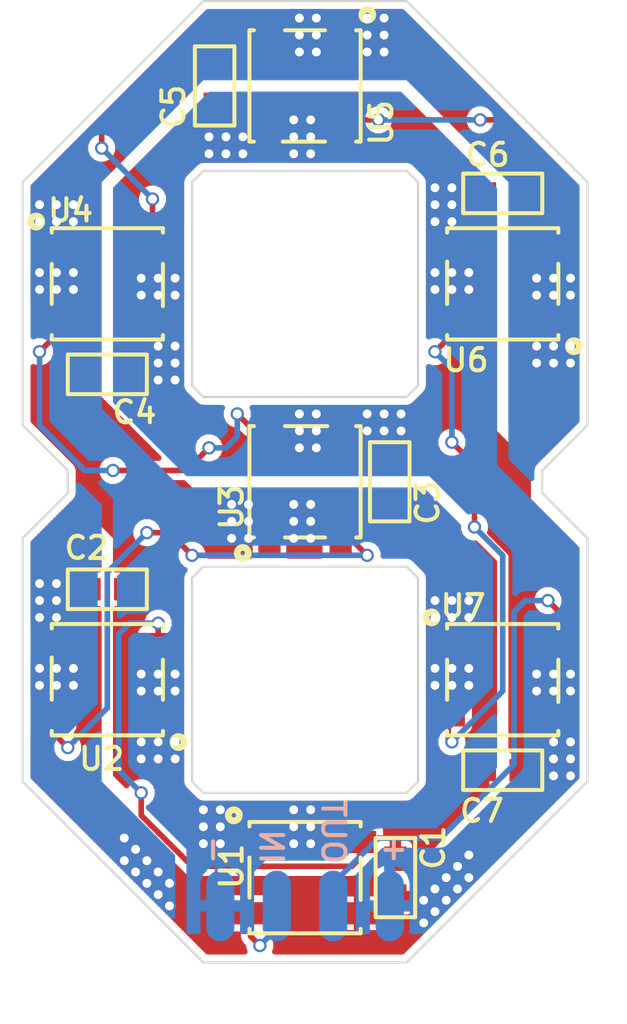
<source format=kicad_pcb>
(kicad_pcb (version 4) (host pcbnew "(2015-05-27 BZR 5688)-product")

  (general
    (links 36)
    (no_connects 0)
    (area 116.84 92.101999 145.034001 138.176001)
    (thickness 0.8)
    (drawings 166)
    (tracks 500)
    (zones 0)
    (modules 15)
    (nets 11)
  )

  (page A4)
  (layers
    (0 F.Cu signal)
    (31 B.Cu signal)
    (32 B.Adhes user)
    (33 F.Adhes user)
    (34 B.Paste user)
    (35 F.Paste user)
    (36 B.SilkS user)
    (37 F.SilkS user)
    (38 B.Mask user)
    (39 F.Mask user)
    (40 Dwgs.User user)
    (41 Cmts.User user)
    (42 Eco1.User user hide)
    (43 Eco2.User user)
    (44 Edge.Cuts user)
    (45 Margin user)
    (46 B.CrtYd user hide)
    (47 F.CrtYd user hide)
    (48 B.Fab user)
    (49 F.Fab user)
  )

  (setup
    (last_trace_width 0.254)
    (trace_clearance 0.2)
    (zone_clearance 0.3048)
    (zone_45_only yes)
    (trace_min 0.254)
    (segment_width 0.2)
    (edge_width 0.1)
    (via_size 0.6)
    (via_drill 0.4)
    (via_min_size 0.4)
    (via_min_drill 0.3)
    (uvia_size 0.3)
    (uvia_drill 0.1)
    (uvias_allowed no)
    (uvia_min_size 0)
    (uvia_min_drill 0)
    (pcb_text_width 0.3)
    (pcb_text_size 1.5 1.5)
    (mod_edge_width 0.15)
    (mod_text_size 1 1)
    (mod_text_width 0.18)
    (pad_size 1.6 1.6)
    (pad_drill 1)
    (pad_to_mask_clearance 0)
    (aux_axis_origin 0 0)
    (visible_elements FFFFFF7F)
    (pcbplotparams
      (layerselection 0x00030_80000001)
      (usegerberextensions false)
      (excludeedgelayer true)
      (linewidth 0.100000)
      (plotframeref false)
      (viasonmask false)
      (mode 1)
      (useauxorigin false)
      (hpglpennumber 1)
      (hpglpenspeed 20)
      (hpglpendiameter 15)
      (hpglpenoverlay 2)
      (psnegative false)
      (psa4output false)
      (plotreference true)
      (plotvalue true)
      (plotinvisibletext false)
      (padsonsilk false)
      (subtractmaskfromsilk false)
      (outputformat 1)
      (mirror false)
      (drillshape 1)
      (scaleselection 1)
      (outputdirectory ""))
  )

  (net 0 "")
  (net 1 +5V)
  (net 2 GND)
  (net 3 "Net-(U1-Pad2)")
  (net 4 "Net-(U2-Pad2)")
  (net 5 "Net-(U3-Pad2)")
  (net 6 "Net-(U4-Pad2)")
  (net 7 "Net-(U5-Pad2)")
  (net 8 "Net-(U6-Pad2)")
  (net 9 /IN)
  (net 10 /OUT)

  (net_class Default "This is the default net class."
    (clearance 0.2)
    (trace_width 0.254)
    (via_dia 0.6)
    (via_drill 0.4)
    (uvia_dia 0.3)
    (uvia_drill 0.1)
    (add_net /IN)
    (add_net /OUT)
    (add_net "Net-(U1-Pad2)")
    (add_net "Net-(U2-Pad2)")
    (add_net "Net-(U3-Pad2)")
    (add_net "Net-(U4-Pad2)")
    (add_net "Net-(U5-Pad2)")
    (add_net "Net-(U6-Pad2)")
  )

  (net_class Power ""
    (clearance 0.2)
    (trace_width 0.4064)
    (via_dia 0.6)
    (via_drill 0.4)
    (uvia_dia 0.3)
    (uvia_drill 0.1)
    (add_net +5V)
    (add_net GND)
  )

  (module Conn-Wire-Pads:WP-50mil-1x04 (layer B.Cu) (tedit 55713731) (tstamp 5571351B)
    (at 130.556 132.842)
    (descr "Wire pads - 50mil x 125mil - Single row, 4 pos.")
    (path /5571358C)
    (attr virtual)
    (fp_text reference J1 (at -3.937 2.794) (layer B.SilkS) hide
      (effects (font (size 1 1) (thickness 0.18)) (justify mirror))
    )
    (fp_text value HEADER-1x04 (at 0 -3.175) (layer B.Fab) hide
      (effects (font (size 1 1) (thickness 0.18)) (justify mirror))
    )
    (pad 1 smd oval (at -3.81 0) (size 1.27 3.175) (layers B.Cu B.Paste B.Mask)
      (net 2 GND))
    (pad 2 smd oval (at -1.27 0) (size 1.27 3.175) (layers B.Cu B.Paste B.Mask)
      (net 9 /IN))
    (pad 3 smd oval (at 1.27 0) (size 1.27 3.175) (layers B.Cu B.Paste B.Mask)
      (net 10 /OUT))
    (pad 4 smd oval (at 3.81 0) (size 1.27 3.175) (layers B.Cu B.Paste B.Mask)
      (net 1 +5V))
  )

  (module SMT:C-0603 (layer F.Cu) (tedit 55713BAF) (tstamp 556D96CD)
    (at 134.62 131.572 90)
    (descr "0603 (1608 metric)")
    (tags "smt 0603")
    (path /556D7FEE)
    (fp_text reference C1 (at 0.254 2.286 90) (layer F.SilkS)
      (effects (font (size 1 1) (thickness 0.18)) (justify left bottom))
    )
    (fp_text value 100nF (at 0 2.032 90) (layer F.SilkS) hide
      (effects (font (size 1 1) (thickness 0.18)))
    )
    (fp_line (start -0.762 -0.381) (end 0.762 -0.381) (layer Dwgs.User) (width 0.05))
    (fp_line (start 0.762 -0.381) (end 0.762 0.381) (layer Dwgs.User) (width 0.05))
    (fp_line (start 0.762 0.381) (end -0.762 0.381) (layer Dwgs.User) (width 0.05))
    (fp_line (start -0.762 0.381) (end -0.762 -0.381) (layer Dwgs.User) (width 0.05))
    (fp_line (start -1.778 -0.889) (end 1.778 -0.889) (layer F.CrtYd) (width 0.05))
    (fp_line (start 1.778 -0.889) (end 1.778 0.889) (layer F.CrtYd) (width 0.05))
    (fp_line (start 1.778 0.889) (end -1.778 0.889) (layer F.CrtYd) (width 0.05))
    (fp_line (start -1.778 0.889) (end -1.778 -0.889) (layer F.CrtYd) (width 0.05))
    (fp_line (start -1.778 -0.889) (end 1.778 -0.889) (layer F.SilkS) (width 0.18))
    (fp_line (start 1.778 -0.889) (end 1.778 0.889) (layer F.SilkS) (width 0.18))
    (fp_line (start 1.778 0.889) (end -1.778 0.889) (layer F.SilkS) (width 0.18))
    (fp_line (start -1.778 0.889) (end -1.778 -0.889) (layer F.SilkS) (width 0.18))
    (pad 1 smd rect (at -0.85 0 90) (size 1.1 1) (layers F.Cu F.Paste F.Mask)
      (net 1 +5V))
    (pad 2 smd rect (at 0.85 0 90) (size 1.1 1) (layers F.Cu F.Paste F.Mask)
      (net 2 GND))
    (model smt.pretty/C-0603.wrl
      (at (xyz 0 0 0))
      (scale (xyz 1 1 0.8))
      (rotate (xyz 0 0 0))
    )
  )

  (module SMT:C-0603 (layer F.Cu) (tedit 55713B9C) (tstamp 556D96DF)
    (at 121.666 118.618)
    (descr "0603 (1608 metric)")
    (tags "smt 0603")
    (path /556D87B5)
    (fp_text reference C2 (at -2.032 -1.27) (layer F.SilkS)
      (effects (font (size 1 1) (thickness 0.18)) (justify left bottom))
    )
    (fp_text value 100nF (at 0 2.032) (layer F.SilkS) hide
      (effects (font (size 1 1) (thickness 0.18)))
    )
    (fp_line (start -0.762 -0.381) (end 0.762 -0.381) (layer Dwgs.User) (width 0.05))
    (fp_line (start 0.762 -0.381) (end 0.762 0.381) (layer Dwgs.User) (width 0.05))
    (fp_line (start 0.762 0.381) (end -0.762 0.381) (layer Dwgs.User) (width 0.05))
    (fp_line (start -0.762 0.381) (end -0.762 -0.381) (layer Dwgs.User) (width 0.05))
    (fp_line (start -1.778 -0.889) (end 1.778 -0.889) (layer F.CrtYd) (width 0.05))
    (fp_line (start 1.778 -0.889) (end 1.778 0.889) (layer F.CrtYd) (width 0.05))
    (fp_line (start 1.778 0.889) (end -1.778 0.889) (layer F.CrtYd) (width 0.05))
    (fp_line (start -1.778 0.889) (end -1.778 -0.889) (layer F.CrtYd) (width 0.05))
    (fp_line (start -1.778 -0.889) (end 1.778 -0.889) (layer F.SilkS) (width 0.18))
    (fp_line (start 1.778 -0.889) (end 1.778 0.889) (layer F.SilkS) (width 0.18))
    (fp_line (start 1.778 0.889) (end -1.778 0.889) (layer F.SilkS) (width 0.18))
    (fp_line (start -1.778 0.889) (end -1.778 -0.889) (layer F.SilkS) (width 0.18))
    (pad 1 smd rect (at -0.85 0) (size 1.1 1) (layers F.Cu F.Paste F.Mask)
      (net 1 +5V))
    (pad 2 smd rect (at 0.85 0) (size 1.1 1) (layers F.Cu F.Paste F.Mask)
      (net 2 GND))
    (model smt.pretty/C-0603.wrl
      (at (xyz 0 0 0))
      (scale (xyz 1 1 0.8))
      (rotate (xyz 0 0 0))
    )
  )

  (module SMT:C-0603 (layer F.Cu) (tedit 556FF3C4) (tstamp 556D96F1)
    (at 134.366 113.792 270)
    (descr "0603 (1608 metric)")
    (tags "smt 0603")
    (path /556D8BDF)
    (fp_text reference C3 (at 2.032 -2.286 270) (layer F.SilkS)
      (effects (font (size 1 1) (thickness 0.18)) (justify left bottom))
    )
    (fp_text value 100nF (at 0 2.032 270) (layer F.SilkS) hide
      (effects (font (size 1 1) (thickness 0.18)))
    )
    (fp_line (start -0.762 -0.381) (end 0.762 -0.381) (layer Dwgs.User) (width 0.05))
    (fp_line (start 0.762 -0.381) (end 0.762 0.381) (layer Dwgs.User) (width 0.05))
    (fp_line (start 0.762 0.381) (end -0.762 0.381) (layer Dwgs.User) (width 0.05))
    (fp_line (start -0.762 0.381) (end -0.762 -0.381) (layer Dwgs.User) (width 0.05))
    (fp_line (start -1.778 -0.889) (end 1.778 -0.889) (layer F.CrtYd) (width 0.05))
    (fp_line (start 1.778 -0.889) (end 1.778 0.889) (layer F.CrtYd) (width 0.05))
    (fp_line (start 1.778 0.889) (end -1.778 0.889) (layer F.CrtYd) (width 0.05))
    (fp_line (start -1.778 0.889) (end -1.778 -0.889) (layer F.CrtYd) (width 0.05))
    (fp_line (start -1.778 -0.889) (end 1.778 -0.889) (layer F.SilkS) (width 0.18))
    (fp_line (start 1.778 -0.889) (end 1.778 0.889) (layer F.SilkS) (width 0.18))
    (fp_line (start 1.778 0.889) (end -1.778 0.889) (layer F.SilkS) (width 0.18))
    (fp_line (start -1.778 0.889) (end -1.778 -0.889) (layer F.SilkS) (width 0.18))
    (pad 1 smd rect (at -0.85 0 270) (size 1.1 1) (layers F.Cu F.Paste F.Mask)
      (net 1 +5V))
    (pad 2 smd rect (at 0.85 0 270) (size 1.1 1) (layers F.Cu F.Paste F.Mask)
      (net 2 GND))
    (model smt.pretty/C-0603.wrl
      (at (xyz 0 0 0))
      (scale (xyz 1 1 0.8))
      (rotate (xyz 0 0 0))
    )
  )

  (module SMT:C-0603 (layer F.Cu) (tedit 556FF3CE) (tstamp 556D9703)
    (at 121.666 108.966 180)
    (descr "0603 (1608 metric)")
    (tags "smt 0603")
    (path /556D8C08)
    (fp_text reference C4 (at -0.127 -2.286 180) (layer F.SilkS)
      (effects (font (size 1 1) (thickness 0.18)) (justify left bottom))
    )
    (fp_text value 100nF (at 0 2.032 180) (layer F.SilkS) hide
      (effects (font (size 1 1) (thickness 0.18)))
    )
    (fp_line (start -0.762 -0.381) (end 0.762 -0.381) (layer Dwgs.User) (width 0.05))
    (fp_line (start 0.762 -0.381) (end 0.762 0.381) (layer Dwgs.User) (width 0.05))
    (fp_line (start 0.762 0.381) (end -0.762 0.381) (layer Dwgs.User) (width 0.05))
    (fp_line (start -0.762 0.381) (end -0.762 -0.381) (layer Dwgs.User) (width 0.05))
    (fp_line (start -1.778 -0.889) (end 1.778 -0.889) (layer F.CrtYd) (width 0.05))
    (fp_line (start 1.778 -0.889) (end 1.778 0.889) (layer F.CrtYd) (width 0.05))
    (fp_line (start 1.778 0.889) (end -1.778 0.889) (layer F.CrtYd) (width 0.05))
    (fp_line (start -1.778 0.889) (end -1.778 -0.889) (layer F.CrtYd) (width 0.05))
    (fp_line (start -1.778 -0.889) (end 1.778 -0.889) (layer F.SilkS) (width 0.18))
    (fp_line (start 1.778 -0.889) (end 1.778 0.889) (layer F.SilkS) (width 0.18))
    (fp_line (start 1.778 0.889) (end -1.778 0.889) (layer F.SilkS) (width 0.18))
    (fp_line (start -1.778 0.889) (end -1.778 -0.889) (layer F.SilkS) (width 0.18))
    (pad 1 smd rect (at -0.85 0 180) (size 1.1 1) (layers F.Cu F.Paste F.Mask)
      (net 1 +5V))
    (pad 2 smd rect (at 0.85 0 180) (size 1.1 1) (layers F.Cu F.Paste F.Mask)
      (net 2 GND))
    (model smt.pretty/C-0603.wrl
      (at (xyz 0 0 0))
      (scale (xyz 1 1 0.8))
      (rotate (xyz 0 0 0))
    )
  )

  (module SMT:C-0603 (layer F.Cu) (tedit 54F14543) (tstamp 556D9715)
    (at 126.492 96.012 90)
    (descr "0603 (1608 metric)")
    (tags "smt 0603")
    (path /556DADA6)
    (fp_text reference C5 (at -2.032 -1.27 90) (layer F.SilkS)
      (effects (font (size 1 1) (thickness 0.18)) (justify left bottom))
    )
    (fp_text value 100nF (at 0 2.032 90) (layer F.SilkS) hide
      (effects (font (size 1 1) (thickness 0.18)))
    )
    (fp_line (start -0.762 -0.381) (end 0.762 -0.381) (layer Dwgs.User) (width 0.05))
    (fp_line (start 0.762 -0.381) (end 0.762 0.381) (layer Dwgs.User) (width 0.05))
    (fp_line (start 0.762 0.381) (end -0.762 0.381) (layer Dwgs.User) (width 0.05))
    (fp_line (start -0.762 0.381) (end -0.762 -0.381) (layer Dwgs.User) (width 0.05))
    (fp_line (start -1.778 -0.889) (end 1.778 -0.889) (layer F.CrtYd) (width 0.05))
    (fp_line (start 1.778 -0.889) (end 1.778 0.889) (layer F.CrtYd) (width 0.05))
    (fp_line (start 1.778 0.889) (end -1.778 0.889) (layer F.CrtYd) (width 0.05))
    (fp_line (start -1.778 0.889) (end -1.778 -0.889) (layer F.CrtYd) (width 0.05))
    (fp_line (start -1.778 -0.889) (end 1.778 -0.889) (layer F.SilkS) (width 0.18))
    (fp_line (start 1.778 -0.889) (end 1.778 0.889) (layer F.SilkS) (width 0.18))
    (fp_line (start 1.778 0.889) (end -1.778 0.889) (layer F.SilkS) (width 0.18))
    (fp_line (start -1.778 0.889) (end -1.778 -0.889) (layer F.SilkS) (width 0.18))
    (pad 1 smd rect (at -0.85 0 90) (size 1.1 1) (layers F.Cu F.Paste F.Mask)
      (net 1 +5V))
    (pad 2 smd rect (at 0.85 0 90) (size 1.1 1) (layers F.Cu F.Paste F.Mask)
      (net 2 GND))
    (model smt.pretty/C-0603.wrl
      (at (xyz 0 0 0))
      (scale (xyz 1 1 0.8))
      (rotate (xyz 0 0 0))
    )
  )

  (module SMT:C-0603 (layer F.Cu) (tedit 556FF3ED) (tstamp 556D9727)
    (at 139.446 100.838)
    (descr "0603 (1608 metric)")
    (tags "smt 0603")
    (path /556DADCE)
    (fp_text reference C6 (at -1.778 -1.143) (layer F.SilkS)
      (effects (font (size 1 1) (thickness 0.18)) (justify left bottom))
    )
    (fp_text value 100nF (at 0 2.032) (layer F.SilkS) hide
      (effects (font (size 1 1) (thickness 0.18)))
    )
    (fp_line (start -0.762 -0.381) (end 0.762 -0.381) (layer Dwgs.User) (width 0.05))
    (fp_line (start 0.762 -0.381) (end 0.762 0.381) (layer Dwgs.User) (width 0.05))
    (fp_line (start 0.762 0.381) (end -0.762 0.381) (layer Dwgs.User) (width 0.05))
    (fp_line (start -0.762 0.381) (end -0.762 -0.381) (layer Dwgs.User) (width 0.05))
    (fp_line (start -1.778 -0.889) (end 1.778 -0.889) (layer F.CrtYd) (width 0.05))
    (fp_line (start 1.778 -0.889) (end 1.778 0.889) (layer F.CrtYd) (width 0.05))
    (fp_line (start 1.778 0.889) (end -1.778 0.889) (layer F.CrtYd) (width 0.05))
    (fp_line (start -1.778 0.889) (end -1.778 -0.889) (layer F.CrtYd) (width 0.05))
    (fp_line (start -1.778 -0.889) (end 1.778 -0.889) (layer F.SilkS) (width 0.18))
    (fp_line (start 1.778 -0.889) (end 1.778 0.889) (layer F.SilkS) (width 0.18))
    (fp_line (start 1.778 0.889) (end -1.778 0.889) (layer F.SilkS) (width 0.18))
    (fp_line (start -1.778 0.889) (end -1.778 -0.889) (layer F.SilkS) (width 0.18))
    (pad 1 smd rect (at -0.85 0) (size 1.1 1) (layers F.Cu F.Paste F.Mask)
      (net 1 +5V))
    (pad 2 smd rect (at 0.85 0) (size 1.1 1) (layers F.Cu F.Paste F.Mask)
      (net 2 GND))
    (model smt.pretty/C-0603.wrl
      (at (xyz 0 0 0))
      (scale (xyz 1 1 0.8))
      (rotate (xyz 0 0 0))
    )
  )

  (module SMT:C-0603 (layer F.Cu) (tedit 556FF400) (tstamp 556D9739)
    (at 139.446 126.746 180)
    (descr "0603 (1608 metric)")
    (tags "smt 0603")
    (path /556DADF4)
    (fp_text reference C7 (at 2.032 -2.413 180) (layer F.SilkS)
      (effects (font (size 1 1) (thickness 0.18)) (justify left bottom))
    )
    (fp_text value 100nF (at 0 2.032 180) (layer F.SilkS) hide
      (effects (font (size 1 1) (thickness 0.18)))
    )
    (fp_line (start -0.762 -0.381) (end 0.762 -0.381) (layer Dwgs.User) (width 0.05))
    (fp_line (start 0.762 -0.381) (end 0.762 0.381) (layer Dwgs.User) (width 0.05))
    (fp_line (start 0.762 0.381) (end -0.762 0.381) (layer Dwgs.User) (width 0.05))
    (fp_line (start -0.762 0.381) (end -0.762 -0.381) (layer Dwgs.User) (width 0.05))
    (fp_line (start -1.778 -0.889) (end 1.778 -0.889) (layer F.CrtYd) (width 0.05))
    (fp_line (start 1.778 -0.889) (end 1.778 0.889) (layer F.CrtYd) (width 0.05))
    (fp_line (start 1.778 0.889) (end -1.778 0.889) (layer F.CrtYd) (width 0.05))
    (fp_line (start -1.778 0.889) (end -1.778 -0.889) (layer F.CrtYd) (width 0.05))
    (fp_line (start -1.778 -0.889) (end 1.778 -0.889) (layer F.SilkS) (width 0.18))
    (fp_line (start 1.778 -0.889) (end 1.778 0.889) (layer F.SilkS) (width 0.18))
    (fp_line (start 1.778 0.889) (end -1.778 0.889) (layer F.SilkS) (width 0.18))
    (fp_line (start -1.778 0.889) (end -1.778 -0.889) (layer F.SilkS) (width 0.18))
    (pad 1 smd rect (at -0.85 0 180) (size 1.1 1) (layers F.Cu F.Paste F.Mask)
      (net 1 +5V))
    (pad 2 smd rect (at 0.85 0 180) (size 1.1 1) (layers F.Cu F.Paste F.Mask)
      (net 2 GND))
    (model smt.pretty/C-0603.wrl
      (at (xyz 0 0 0))
      (scale (xyz 1 1 0.8))
      (rotate (xyz 0 0 0))
    )
  )

  (module SMT:LED-5050 (layer F.Cu) (tedit 55713BB6) (tstamp 556D97CC)
    (at 130.556 131.572 180)
    (path /556D7E45)
    (fp_text reference U1 (at 3.302 0.508 270) (layer F.SilkS)
      (effects (font (size 1 1) (thickness 0.18)))
    )
    (fp_text value WS2812B (at 0 3.9 180) (layer F.Fab) hide
      (effects (font (size 1 1) (thickness 0.18)))
    )
    (fp_line (start -3 -3) (end 3 -3) (layer F.CrtYd) (width 0.05))
    (fp_line (start 3 -3) (end 3 3) (layer F.CrtYd) (width 0.05))
    (fp_line (start 3 3) (end -3 3) (layer F.CrtYd) (width 0.05))
    (fp_line (start -3 3) (end -3 -3) (layer F.CrtYd) (width 0.05))
    (fp_circle (center 3.2 2.8) (end 3.3 2.8) (layer F.SilkS) (width 0.3))
    (fp_line (start 2.5 -2.3) (end 2.5 -2.5) (layer F.SilkS) (width 0.18))
    (fp_line (start 2.5 -2.5) (end -2.5 -2.5) (layer F.SilkS) (width 0.18))
    (fp_line (start -2.5 -2.5) (end -2.5 -2.3) (layer F.SilkS) (width 0.18))
    (fp_line (start 2.5 0.9) (end 2.5 -0.9) (layer F.SilkS) (width 0.18))
    (fp_line (start -2.5 2.5) (end 2.5 2.5) (layer F.SilkS) (width 0.18))
    (fp_line (start 2.5 2.5) (end 2.5 2.3) (layer F.SilkS) (width 0.18))
    (fp_line (start -2.5 2.5) (end -2.5 2.3) (layer F.SilkS) (width 0.18))
    (fp_line (start -2.5 -1) (end -2.5 0.9) (layer F.SilkS) (width 0.18))
    (pad 2 smd rect (at -2.45 1.6 180) (size 1.5 1) (layers F.Cu F.Paste F.Mask)
      (net 3 "Net-(U1-Pad2)"))
    (pad 3 smd rect (at 2.45 1.6 180) (size 1.5 1) (layers F.Cu F.Paste F.Mask)
      (net 2 GND))
    (pad 4 smd rect (at 2.45 -1.6 180) (size 1.5 1) (layers F.Cu F.Paste F.Mask)
      (net 9 /IN))
    (pad 1 smd rect (at -2.45 -1.6 180) (size 1.5 1) (layers F.Cu F.Paste F.Mask)
      (net 1 +5V))
  )

  (module SMT:LED-5050 (layer F.Cu) (tedit 55713BC4) (tstamp 556D97E1)
    (at 121.666 122.682)
    (path /556D87A1)
    (fp_text reference U2 (at -0.254 3.556) (layer F.SilkS)
      (effects (font (size 1 1) (thickness 0.18)))
    )
    (fp_text value WS2812B (at 0 3.9) (layer F.Fab) hide
      (effects (font (size 1 1) (thickness 0.18)))
    )
    (fp_line (start -3 -3) (end 3 -3) (layer F.CrtYd) (width 0.05))
    (fp_line (start 3 -3) (end 3 3) (layer F.CrtYd) (width 0.05))
    (fp_line (start 3 3) (end -3 3) (layer F.CrtYd) (width 0.05))
    (fp_line (start -3 3) (end -3 -3) (layer F.CrtYd) (width 0.05))
    (fp_circle (center 3.2 2.8) (end 3.3 2.8) (layer F.SilkS) (width 0.3))
    (fp_line (start 2.5 -2.3) (end 2.5 -2.5) (layer F.SilkS) (width 0.18))
    (fp_line (start 2.5 -2.5) (end -2.5 -2.5) (layer F.SilkS) (width 0.18))
    (fp_line (start -2.5 -2.5) (end -2.5 -2.3) (layer F.SilkS) (width 0.18))
    (fp_line (start 2.5 0.9) (end 2.5 -0.9) (layer F.SilkS) (width 0.18))
    (fp_line (start -2.5 2.5) (end 2.5 2.5) (layer F.SilkS) (width 0.18))
    (fp_line (start 2.5 2.5) (end 2.5 2.3) (layer F.SilkS) (width 0.18))
    (fp_line (start -2.5 2.5) (end -2.5 2.3) (layer F.SilkS) (width 0.18))
    (fp_line (start -2.5 -1) (end -2.5 0.9) (layer F.SilkS) (width 0.18))
    (pad 2 smd rect (at -2.45 1.6) (size 1.5 1) (layers F.Cu F.Paste F.Mask)
      (net 4 "Net-(U2-Pad2)"))
    (pad 3 smd rect (at 2.45 1.6) (size 1.5 1) (layers F.Cu F.Paste F.Mask)
      (net 2 GND))
    (pad 4 smd rect (at 2.45 -1.6) (size 1.5 1) (layers F.Cu F.Paste F.Mask)
      (net 3 "Net-(U1-Pad2)"))
    (pad 1 smd rect (at -2.45 -1.6) (size 1.5 1) (layers F.Cu F.Paste F.Mask)
      (net 1 +5V))
  )

  (module SMT:LED-5050 (layer F.Cu) (tedit 556FF3CC) (tstamp 556D97F6)
    (at 130.556 113.792 270)
    (path /556D8BCB)
    (fp_text reference U3 (at 1.143 3.302 270) (layer F.SilkS)
      (effects (font (size 1 1) (thickness 0.18)))
    )
    (fp_text value WS2812B (at 0 3.9 270) (layer F.Fab) hide
      (effects (font (size 1 1) (thickness 0.18)))
    )
    (fp_line (start -3 -3) (end 3 -3) (layer F.CrtYd) (width 0.05))
    (fp_line (start 3 -3) (end 3 3) (layer F.CrtYd) (width 0.05))
    (fp_line (start 3 3) (end -3 3) (layer F.CrtYd) (width 0.05))
    (fp_line (start -3 3) (end -3 -3) (layer F.CrtYd) (width 0.05))
    (fp_circle (center 3.2 2.8) (end 3.3 2.8) (layer F.SilkS) (width 0.3))
    (fp_line (start 2.5 -2.3) (end 2.5 -2.5) (layer F.SilkS) (width 0.18))
    (fp_line (start 2.5 -2.5) (end -2.5 -2.5) (layer F.SilkS) (width 0.18))
    (fp_line (start -2.5 -2.5) (end -2.5 -2.3) (layer F.SilkS) (width 0.18))
    (fp_line (start 2.5 0.9) (end 2.5 -0.9) (layer F.SilkS) (width 0.18))
    (fp_line (start -2.5 2.5) (end 2.5 2.5) (layer F.SilkS) (width 0.18))
    (fp_line (start 2.5 2.5) (end 2.5 2.3) (layer F.SilkS) (width 0.18))
    (fp_line (start -2.5 2.5) (end -2.5 2.3) (layer F.SilkS) (width 0.18))
    (fp_line (start -2.5 -1) (end -2.5 0.9) (layer F.SilkS) (width 0.18))
    (pad 2 smd rect (at -2.45 1.6 270) (size 1.5 1) (layers F.Cu F.Paste F.Mask)
      (net 5 "Net-(U3-Pad2)"))
    (pad 3 smd rect (at 2.45 1.6 270) (size 1.5 1) (layers F.Cu F.Paste F.Mask)
      (net 2 GND))
    (pad 4 smd rect (at 2.45 -1.6 270) (size 1.5 1) (layers F.Cu F.Paste F.Mask)
      (net 4 "Net-(U2-Pad2)"))
    (pad 1 smd rect (at -2.45 -1.6 270) (size 1.5 1) (layers F.Cu F.Paste F.Mask)
      (net 1 +5V))
  )

  (module SMT:LED-5050 (layer F.Cu) (tedit 556FF3D4) (tstamp 556D980B)
    (at 121.666 104.902 180)
    (path /556D8BF4)
    (fp_text reference U4 (at 1.651 3.302 180) (layer F.SilkS)
      (effects (font (size 1 1) (thickness 0.18)))
    )
    (fp_text value WS2812B (at 0 3.9 180) (layer F.Fab) hide
      (effects (font (size 1 1) (thickness 0.18)))
    )
    (fp_line (start -3 -3) (end 3 -3) (layer F.CrtYd) (width 0.05))
    (fp_line (start 3 -3) (end 3 3) (layer F.CrtYd) (width 0.05))
    (fp_line (start 3 3) (end -3 3) (layer F.CrtYd) (width 0.05))
    (fp_line (start -3 3) (end -3 -3) (layer F.CrtYd) (width 0.05))
    (fp_circle (center 3.2 2.8) (end 3.3 2.8) (layer F.SilkS) (width 0.3))
    (fp_line (start 2.5 -2.3) (end 2.5 -2.5) (layer F.SilkS) (width 0.18))
    (fp_line (start 2.5 -2.5) (end -2.5 -2.5) (layer F.SilkS) (width 0.18))
    (fp_line (start -2.5 -2.5) (end -2.5 -2.3) (layer F.SilkS) (width 0.18))
    (fp_line (start 2.5 0.9) (end 2.5 -0.9) (layer F.SilkS) (width 0.18))
    (fp_line (start -2.5 2.5) (end 2.5 2.5) (layer F.SilkS) (width 0.18))
    (fp_line (start 2.5 2.5) (end 2.5 2.3) (layer F.SilkS) (width 0.18))
    (fp_line (start -2.5 2.5) (end -2.5 2.3) (layer F.SilkS) (width 0.18))
    (fp_line (start -2.5 -1) (end -2.5 0.9) (layer F.SilkS) (width 0.18))
    (pad 2 smd rect (at -2.45 1.6 180) (size 1.5 1) (layers F.Cu F.Paste F.Mask)
      (net 6 "Net-(U4-Pad2)"))
    (pad 3 smd rect (at 2.45 1.6 180) (size 1.5 1) (layers F.Cu F.Paste F.Mask)
      (net 2 GND))
    (pad 4 smd rect (at 2.45 -1.6 180) (size 1.5 1) (layers F.Cu F.Paste F.Mask)
      (net 5 "Net-(U3-Pad2)"))
    (pad 1 smd rect (at -2.45 -1.6 180) (size 1.5 1) (layers F.Cu F.Paste F.Mask)
      (net 1 +5V))
  )

  (module SMT:LED-5050 (layer F.Cu) (tedit 556FF3DC) (tstamp 556D9820)
    (at 130.556 96.012 90)
    (path /556DAD92)
    (fp_text reference U5 (at -1.651 3.429 90) (layer F.SilkS)
      (effects (font (size 1 1) (thickness 0.18)))
    )
    (fp_text value WS2812B (at 0 3.9 90) (layer F.Fab) hide
      (effects (font (size 1 1) (thickness 0.18)))
    )
    (fp_line (start -3 -3) (end 3 -3) (layer F.CrtYd) (width 0.05))
    (fp_line (start 3 -3) (end 3 3) (layer F.CrtYd) (width 0.05))
    (fp_line (start 3 3) (end -3 3) (layer F.CrtYd) (width 0.05))
    (fp_line (start -3 3) (end -3 -3) (layer F.CrtYd) (width 0.05))
    (fp_circle (center 3.2 2.8) (end 3.3 2.8) (layer F.SilkS) (width 0.3))
    (fp_line (start 2.5 -2.3) (end 2.5 -2.5) (layer F.SilkS) (width 0.18))
    (fp_line (start 2.5 -2.5) (end -2.5 -2.5) (layer F.SilkS) (width 0.18))
    (fp_line (start -2.5 -2.5) (end -2.5 -2.3) (layer F.SilkS) (width 0.18))
    (fp_line (start 2.5 0.9) (end 2.5 -0.9) (layer F.SilkS) (width 0.18))
    (fp_line (start -2.5 2.5) (end 2.5 2.5) (layer F.SilkS) (width 0.18))
    (fp_line (start 2.5 2.5) (end 2.5 2.3) (layer F.SilkS) (width 0.18))
    (fp_line (start -2.5 2.5) (end -2.5 2.3) (layer F.SilkS) (width 0.18))
    (fp_line (start -2.5 -1) (end -2.5 0.9) (layer F.SilkS) (width 0.18))
    (pad 2 smd rect (at -2.45 1.6 90) (size 1.5 1) (layers F.Cu F.Paste F.Mask)
      (net 7 "Net-(U5-Pad2)"))
    (pad 3 smd rect (at 2.45 1.6 90) (size 1.5 1) (layers F.Cu F.Paste F.Mask)
      (net 2 GND))
    (pad 4 smd rect (at 2.45 -1.6 90) (size 1.5 1) (layers F.Cu F.Paste F.Mask)
      (net 6 "Net-(U4-Pad2)"))
    (pad 1 smd rect (at -2.45 -1.6 90) (size 1.5 1) (layers F.Cu F.Paste F.Mask)
      (net 1 +5V))
  )

  (module SMT:LED-5050 (layer F.Cu) (tedit 556FF3F0) (tstamp 556D9835)
    (at 139.446 104.902)
    (path /556DADBA)
    (fp_text reference U6 (at -1.651 3.429) (layer F.SilkS)
      (effects (font (size 1 1) (thickness 0.18)))
    )
    (fp_text value WS2812B (at 0 3.9) (layer F.Fab) hide
      (effects (font (size 1 1) (thickness 0.18)))
    )
    (fp_line (start -3 -3) (end 3 -3) (layer F.CrtYd) (width 0.05))
    (fp_line (start 3 -3) (end 3 3) (layer F.CrtYd) (width 0.05))
    (fp_line (start 3 3) (end -3 3) (layer F.CrtYd) (width 0.05))
    (fp_line (start -3 3) (end -3 -3) (layer F.CrtYd) (width 0.05))
    (fp_circle (center 3.2 2.8) (end 3.3 2.8) (layer F.SilkS) (width 0.3))
    (fp_line (start 2.5 -2.3) (end 2.5 -2.5) (layer F.SilkS) (width 0.18))
    (fp_line (start 2.5 -2.5) (end -2.5 -2.5) (layer F.SilkS) (width 0.18))
    (fp_line (start -2.5 -2.5) (end -2.5 -2.3) (layer F.SilkS) (width 0.18))
    (fp_line (start 2.5 0.9) (end 2.5 -0.9) (layer F.SilkS) (width 0.18))
    (fp_line (start -2.5 2.5) (end 2.5 2.5) (layer F.SilkS) (width 0.18))
    (fp_line (start 2.5 2.5) (end 2.5 2.3) (layer F.SilkS) (width 0.18))
    (fp_line (start -2.5 2.5) (end -2.5 2.3) (layer F.SilkS) (width 0.18))
    (fp_line (start -2.5 -1) (end -2.5 0.9) (layer F.SilkS) (width 0.18))
    (pad 2 smd rect (at -2.45 1.6) (size 1.5 1) (layers F.Cu F.Paste F.Mask)
      (net 8 "Net-(U6-Pad2)"))
    (pad 3 smd rect (at 2.45 1.6) (size 1.5 1) (layers F.Cu F.Paste F.Mask)
      (net 2 GND))
    (pad 4 smd rect (at 2.45 -1.6) (size 1.5 1) (layers F.Cu F.Paste F.Mask)
      (net 7 "Net-(U5-Pad2)"))
    (pad 1 smd rect (at -2.45 -1.6) (size 1.5 1) (layers F.Cu F.Paste F.Mask)
      (net 1 +5V))
  )

  (module SMT:LED-5050 (layer F.Cu) (tedit 556FF3FC) (tstamp 556D984A)
    (at 139.446 122.682 180)
    (path /556DADE0)
    (fp_text reference U7 (at 1.778 3.302 180) (layer F.SilkS)
      (effects (font (size 1 1) (thickness 0.18)))
    )
    (fp_text value WS2812B (at 0 3.9 180) (layer F.Fab) hide
      (effects (font (size 1 1) (thickness 0.18)))
    )
    (fp_line (start -3 -3) (end 3 -3) (layer F.CrtYd) (width 0.05))
    (fp_line (start 3 -3) (end 3 3) (layer F.CrtYd) (width 0.05))
    (fp_line (start 3 3) (end -3 3) (layer F.CrtYd) (width 0.05))
    (fp_line (start -3 3) (end -3 -3) (layer F.CrtYd) (width 0.05))
    (fp_circle (center 3.2 2.8) (end 3.3 2.8) (layer F.SilkS) (width 0.3))
    (fp_line (start 2.5 -2.3) (end 2.5 -2.5) (layer F.SilkS) (width 0.18))
    (fp_line (start 2.5 -2.5) (end -2.5 -2.5) (layer F.SilkS) (width 0.18))
    (fp_line (start -2.5 -2.5) (end -2.5 -2.3) (layer F.SilkS) (width 0.18))
    (fp_line (start 2.5 0.9) (end 2.5 -0.9) (layer F.SilkS) (width 0.18))
    (fp_line (start -2.5 2.5) (end 2.5 2.5) (layer F.SilkS) (width 0.18))
    (fp_line (start 2.5 2.5) (end 2.5 2.3) (layer F.SilkS) (width 0.18))
    (fp_line (start -2.5 2.5) (end -2.5 2.3) (layer F.SilkS) (width 0.18))
    (fp_line (start -2.5 -1) (end -2.5 0.9) (layer F.SilkS) (width 0.18))
    (pad 2 smd rect (at -2.45 1.6 180) (size 1.5 1) (layers F.Cu F.Paste F.Mask)
      (net 10 /OUT))
    (pad 3 smd rect (at 2.45 1.6 180) (size 1.5 1) (layers F.Cu F.Paste F.Mask)
      (net 2 GND))
    (pad 4 smd rect (at 2.45 -1.6 180) (size 1.5 1) (layers F.Cu F.Paste F.Mask)
      (net 8 "Net-(U6-Pad2)"))
    (pad 1 smd rect (at -2.45 -1.6 180) (size 1.5 1) (layers F.Cu F.Paste F.Mask)
      (net 1 +5V))
  )

  (gr_text OUT (at 131.826 131.064 270) (layer B.SilkS) (tstamp 55713D00)
    (effects (font (size 1 1) (thickness 0.18)) (justify left mirror))
  )
  (gr_text IN (at 129.032 131.064 270) (layer B.SilkS) (tstamp 55713CF8)
    (effects (font (size 1 1) (thickness 0.18)) (justify left mirror))
  )
  (gr_text - (at 126.492 131.064 270) (layer B.SilkS)
    (effects (font (size 1 1) (thickness 0.18)) (justify left mirror))
  )
  (gr_text + (at 134.62 131.064 270) (layer B.SilkS)
    (effects (font (size 1 1) (thickness 0.18)) (justify left mirror))
  )
  (gr_line (start 134.112 92.456) (end 127 92.456) (angle 90) (layer Eco2.User) (width 0.2) (tstamp 556FF097))
  (gr_line (start 127 92.456) (end 127 93.726) (angle 90) (layer Eco2.User) (width 0.2) (tstamp 556FF096))
  (gr_line (start 127 93.726) (end 125.222 93.726) (angle 90) (layer Eco2.User) (width 0.2) (tstamp 556FF095))
  (gr_line (start 125.222 93.726) (end 125.222 98.298) (angle 90) (layer Eco2.User) (width 0.2) (tstamp 556FF094))
  (gr_line (start 125.222 98.298) (end 127 98.298) (angle 90) (layer Eco2.User) (width 0.2) (tstamp 556FF093))
  (gr_line (start 127 98.298) (end 127 99.568) (angle 90) (layer Eco2.User) (width 0.2) (tstamp 556FF092))
  (gr_line (start 134.112 98.298) (end 135.89 98.298) (angle 90) (layer Eco2.User) (width 0.2) (tstamp 556FF091))
  (gr_line (start 134.112 99.568) (end 134.112 98.298) (angle 90) (layer Eco2.User) (width 0.2) (tstamp 556FF090))
  (gr_line (start 135.89 93.726) (end 134.112 93.726) (angle 90) (layer Eco2.User) (width 0.2) (tstamp 556FF08F))
  (gr_line (start 134.112 93.726) (end 134.112 92.456) (angle 90) (layer Eco2.User) (width 0.2) (tstamp 556FF08E))
  (gr_line (start 135.89 98.298) (end 135.89 93.726) (angle 90) (layer Eco2.User) (width 0.2) (tstamp 556FF08D))
  (gr_line (start 127 99.568) (end 134.112 99.568) (angle 90) (layer Eco2.User) (width 0.2) (tstamp 556FF08C))
  (gr_line (start 125.222 126.238) (end 125.222 119.126) (angle 90) (layer Eco2.User) (width 0.2) (tstamp 556FF04C))
  (gr_line (start 125.222 119.126) (end 123.952 119.126) (angle 90) (layer Eco2.User) (width 0.2) (tstamp 556FF04B))
  (gr_line (start 123.952 119.126) (end 123.952 117.348) (angle 90) (layer Eco2.User) (width 0.2) (tstamp 556FF04A))
  (gr_line (start 123.952 117.348) (end 119.38 117.348) (angle 90) (layer Eco2.User) (width 0.2) (tstamp 556FF049))
  (gr_line (start 119.38 117.348) (end 119.38 119.126) (angle 90) (layer Eco2.User) (width 0.2) (tstamp 556FF048))
  (gr_line (start 119.38 119.126) (end 118.11 119.126) (angle 90) (layer Eco2.User) (width 0.2) (tstamp 556FF047))
  (gr_line (start 119.38 126.238) (end 119.38 128.016) (angle 90) (layer Eco2.User) (width 0.2) (tstamp 556FF046))
  (gr_line (start 118.11 126.238) (end 119.38 126.238) (angle 90) (layer Eco2.User) (width 0.2) (tstamp 556FF045))
  (gr_line (start 123.952 128.016) (end 123.952 126.238) (angle 90) (layer Eco2.User) (width 0.2) (tstamp 556FF044))
  (gr_line (start 123.952 126.238) (end 125.222 126.238) (angle 90) (layer Eco2.User) (width 0.2) (tstamp 556FF043))
  (gr_line (start 119.38 128.016) (end 123.952 128.016) (angle 90) (layer Eco2.User) (width 0.2) (tstamp 556FF042))
  (gr_line (start 118.11 119.126) (end 118.11 126.238) (angle 90) (layer Eco2.User) (width 0.2) (tstamp 556FF041))
  (gr_line (start 143.002 126.238) (end 143.002 119.126) (angle 90) (layer Eco2.User) (width 0.2) (tstamp 556FF03D))
  (gr_line (start 143.002 119.126) (end 141.732 119.126) (angle 90) (layer Eco2.User) (width 0.2) (tstamp 556FF03C))
  (gr_line (start 141.732 119.126) (end 141.732 117.348) (angle 90) (layer Eco2.User) (width 0.2) (tstamp 556FF03B))
  (gr_line (start 141.732 117.348) (end 137.16 117.348) (angle 90) (layer Eco2.User) (width 0.2) (tstamp 556FF03A))
  (gr_line (start 137.16 117.348) (end 137.16 119.126) (angle 90) (layer Eco2.User) (width 0.2) (tstamp 556FF039))
  (gr_line (start 137.16 119.126) (end 135.89 119.126) (angle 90) (layer Eco2.User) (width 0.2) (tstamp 556FF038))
  (gr_line (start 137.16 126.238) (end 137.16 128.016) (angle 90) (layer Eco2.User) (width 0.2) (tstamp 556FF037))
  (gr_line (start 135.89 126.238) (end 137.16 126.238) (angle 90) (layer Eco2.User) (width 0.2) (tstamp 556FF036))
  (gr_line (start 141.732 128.016) (end 141.732 126.238) (angle 90) (layer Eco2.User) (width 0.2) (tstamp 556FF035))
  (gr_line (start 141.732 126.238) (end 143.002 126.238) (angle 90) (layer Eco2.User) (width 0.2) (tstamp 556FF034))
  (gr_line (start 137.16 128.016) (end 141.732 128.016) (angle 90) (layer Eco2.User) (width 0.2) (tstamp 556FF033))
  (gr_line (start 135.89 119.126) (end 135.89 126.238) (angle 90) (layer Eco2.User) (width 0.2) (tstamp 556FF032))
  (gr_line (start 143.002 108.458) (end 143.002 101.346) (angle 90) (layer Eco2.User) (width 0.2) (tstamp 556FF02F))
  (gr_line (start 143.002 101.346) (end 141.732 101.346) (angle 90) (layer Eco2.User) (width 0.2) (tstamp 556FF02E))
  (gr_line (start 141.732 101.346) (end 141.732 99.568) (angle 90) (layer Eco2.User) (width 0.2) (tstamp 556FF02D))
  (gr_line (start 141.732 99.568) (end 137.16 99.568) (angle 90) (layer Eco2.User) (width 0.2) (tstamp 556FF02C))
  (gr_line (start 137.16 99.568) (end 137.16 101.346) (angle 90) (layer Eco2.User) (width 0.2) (tstamp 556FF02B))
  (gr_line (start 137.16 101.346) (end 135.89 101.346) (angle 90) (layer Eco2.User) (width 0.2) (tstamp 556FF02A))
  (gr_line (start 137.16 108.458) (end 137.16 110.236) (angle 90) (layer Eco2.User) (width 0.2) (tstamp 556FF029))
  (gr_line (start 135.89 108.458) (end 137.16 108.458) (angle 90) (layer Eco2.User) (width 0.2) (tstamp 556FF028))
  (gr_line (start 141.732 110.236) (end 141.732 108.458) (angle 90) (layer Eco2.User) (width 0.2) (tstamp 556FF027))
  (gr_line (start 141.732 108.458) (end 143.002 108.458) (angle 90) (layer Eco2.User) (width 0.2) (tstamp 556FF026))
  (gr_line (start 137.16 110.236) (end 141.732 110.236) (angle 90) (layer Eco2.User) (width 0.2) (tstamp 556FF025))
  (gr_line (start 135.89 101.346) (end 135.89 108.458) (angle 90) (layer Eco2.User) (width 0.2) (tstamp 556FF024))
  (gr_line (start 125.222 108.458) (end 125.222 101.346) (angle 90) (layer Eco2.User) (width 0.2) (tstamp 556FEFA3))
  (gr_line (start 125.222 101.346) (end 123.952 101.346) (angle 90) (layer Eco2.User) (width 0.2) (tstamp 556FEFA2))
  (gr_line (start 123.952 101.346) (end 123.952 99.568) (angle 90) (layer Eco2.User) (width 0.2) (tstamp 556FEFA1))
  (gr_line (start 123.952 99.568) (end 119.38 99.568) (angle 90) (layer Eco2.User) (width 0.2) (tstamp 556FEFA0))
  (gr_line (start 119.38 99.568) (end 119.38 101.346) (angle 90) (layer Eco2.User) (width 0.2) (tstamp 556FEF9F))
  (gr_line (start 119.38 101.346) (end 118.11 101.346) (angle 90) (layer Eco2.User) (width 0.2) (tstamp 556FEF9E))
  (gr_line (start 119.38 108.458) (end 119.38 110.236) (angle 90) (layer Eco2.User) (width 0.2) (tstamp 556FEF9D))
  (gr_line (start 118.11 108.458) (end 119.38 108.458) (angle 90) (layer Eco2.User) (width 0.2) (tstamp 556FEF9C))
  (gr_line (start 123.952 110.236) (end 123.952 108.458) (angle 90) (layer Eco2.User) (width 0.2) (tstamp 556FEF9B))
  (gr_line (start 123.952 108.458) (end 125.222 108.458) (angle 90) (layer Eco2.User) (width 0.2) (tstamp 556FEF9A))
  (gr_line (start 119.38 110.236) (end 123.952 110.236) (angle 90) (layer Eco2.User) (width 0.2) (tstamp 556FEF99))
  (gr_line (start 118.11 101.346) (end 118.11 108.458) (angle 90) (layer Eco2.User) (width 0.2) (tstamp 556FEF98))
  (gr_line (start 127 135.128) (end 134.112 135.128) (angle 90) (layer Eco2.User) (width 0.2) (tstamp 556FEF85))
  (gr_line (start 135.89 133.858) (end 135.89 129.286) (angle 90) (layer Eco2.User) (width 0.2) (tstamp 556FEF84))
  (gr_line (start 134.112 129.286) (end 134.112 128.016) (angle 90) (layer Eco2.User) (width 0.2) (tstamp 556FEF83))
  (gr_line (start 135.89 129.286) (end 134.112 129.286) (angle 90) (layer Eco2.User) (width 0.2) (tstamp 556FEF82))
  (gr_line (start 134.112 135.128) (end 134.112 133.858) (angle 90) (layer Eco2.User) (width 0.2) (tstamp 556FEF81))
  (gr_line (start 134.112 133.858) (end 135.89 133.858) (angle 90) (layer Eco2.User) (width 0.2) (tstamp 556FEF80))
  (gr_line (start 127 133.858) (end 127 135.128) (angle 90) (layer Eco2.User) (width 0.2) (tstamp 556FEF7F))
  (gr_line (start 125.222 133.858) (end 127 133.858) (angle 90) (layer Eco2.User) (width 0.2) (tstamp 556FEF7E))
  (gr_line (start 125.222 129.286) (end 125.222 133.858) (angle 90) (layer Eco2.User) (width 0.2) (tstamp 556FEF7D))
  (gr_line (start 127 129.286) (end 125.222 129.286) (angle 90) (layer Eco2.User) (width 0.2) (tstamp 556FEF7C))
  (gr_line (start 127 128.016) (end 127 129.286) (angle 90) (layer Eco2.User) (width 0.2) (tstamp 556FEF7B))
  (gr_line (start 134.112 128.016) (end 127 128.016) (angle 90) (layer Eco2.User) (width 0.2) (tstamp 556FEF7A))
  (gr_line (start 127 116.078) (end 127 117.348) (angle 90) (layer Eco2.User) (width 0.2))
  (gr_line (start 125.222 116.078) (end 127 116.078) (angle 90) (layer Eco2.User) (width 0.2))
  (gr_line (start 125.222 111.506) (end 125.222 116.078) (angle 90) (layer Eco2.User) (width 0.2))
  (gr_line (start 127 111.506) (end 125.222 111.506) (angle 90) (layer Eco2.User) (width 0.2))
  (gr_line (start 127 110.236) (end 127 111.506) (angle 90) (layer Eco2.User) (width 0.2))
  (gr_line (start 134.112 110.236) (end 127 110.236) (angle 90) (layer Eco2.User) (width 0.2))
  (gr_line (start 134.112 111.506) (end 134.112 110.236) (angle 90) (layer Eco2.User) (width 0.2))
  (gr_line (start 135.89 111.506) (end 134.112 111.506) (angle 90) (layer Eco2.User) (width 0.2))
  (gr_line (start 135.89 116.078) (end 135.89 111.506) (angle 90) (layer Eco2.User) (width 0.2))
  (gr_line (start 134.112 116.078) (end 135.89 116.078) (angle 90) (layer Eco2.User) (width 0.2))
  (gr_line (start 134.112 117.348) (end 134.112 116.078) (angle 90) (layer Eco2.User) (width 0.2))
  (gr_line (start 127 117.348) (end 134.112 117.348) (angle 90) (layer Eco2.User) (width 0.2))
  (gr_line (start 125.984 92.202) (end 135.128 92.202) (angle 90) (layer Edge.Cuts) (width 0.1))
  (gr_line (start 135.128 135.382) (end 125.984 135.382) (angle 90) (layer Edge.Cuts) (width 0.1))
  (gr_line (start 143.256 116.332) (end 143.256 127.254) (angle 90) (layer Edge.Cuts) (width 0.1))
  (gr_line (start 143.256 100.33) (end 143.256 111.252) (angle 90) (layer Edge.Cuts) (width 0.1))
  (gr_line (start 117.856 100.33) (end 117.856 111.252) (angle 90) (layer Edge.Cuts) (width 0.1))
  (gr_line (start 125.476 109.474) (end 125.476 100.33) (angle 90) (layer Edge.Cuts) (width 0.1))
  (gr_line (start 135.128 109.982) (end 125.984 109.982) (angle 90) (layer Edge.Cuts) (width 0.1))
  (gr_line (start 135.636 100.33) (end 135.636 109.474) (angle 90) (layer Edge.Cuts) (width 0.1))
  (gr_line (start 125.984 99.822) (end 135.128 99.822) (angle 90) (layer Edge.Cuts) (width 0.1))
  (gr_line (start 125.476 127.254) (end 125.476 118.11) (angle 90) (layer Edge.Cuts) (width 0.1))
  (gr_line (start 125.984 127.762) (end 125.476 127.254) (angle 90) (layer Edge.Cuts) (width 0.1))
  (gr_line (start 135.128 127.762) (end 125.984 127.762) (angle 90) (layer Edge.Cuts) (width 0.1))
  (gr_line (start 135.636 127.254) (end 135.128 127.762) (angle 90) (layer Edge.Cuts) (width 0.1))
  (gr_line (start 135.636 118.11) (end 135.636 127.254) (angle 90) (layer Edge.Cuts) (width 0.1))
  (gr_line (start 125.984 117.602) (end 135.128 117.602) (angle 90) (layer Edge.Cuts) (width 0.1))
  (gr_line (start 125.476 118.11) (end 125.984 117.602) (angle 90) (layer Edge.Cuts) (width 0.1))
  (gr_line (start 117.856 127.254) (end 117.856 116.332) (angle 90) (layer Edge.Cuts) (width 0.1))
  (gr_line (start 125.476 127.254) (end 125.476 118.11) (angle 90) (layer Eco1.User) (width 0.2))
  (gr_line (start 117.856 116.332) (end 117.856 127.254) (angle 90) (layer Eco1.User) (width 0.2))
  (gr_line (start 135.128 117.602) (end 135.636 118.11) (angle 90) (layer Edge.Cuts) (width 0.1))
  (gr_line (start 135.636 127.254) (end 135.636 118.11) (angle 90) (layer Eco1.User) (width 0.2))
  (gr_line (start 143.256 116.332) (end 143.256 127.254) (angle 90) (layer Eco1.User) (width 0.2))
  (gr_line (start 143.256 111.252) (end 143.256 100.33) (angle 90) (layer Eco1.User) (width 0.2))
  (gr_line (start 135.636 100.33) (end 135.636 109.474) (angle 90) (layer Eco1.User) (width 0.2))
  (gr_line (start 125.476 109.474) (end 125.476 100.33) (angle 90) (layer Eco1.User) (width 0.2))
  (gr_line (start 117.856 100.33) (end 117.856 111.252) (angle 90) (layer Eco1.User) (width 0.2))
  (gr_line (start 125.984 92.202) (end 135.128 92.202) (angle 90) (layer Eco1.User) (width 0.2))
  (gr_line (start 125.984 99.822) (end 135.128 99.822) (angle 90) (layer Eco1.User) (width 0.2))
  (gr_line (start 125.984 109.982) (end 135.128 109.982) (angle 90) (layer Eco1.User) (width 0.2))
  (gr_line (start 125.984 117.602) (end 135.128 117.602) (angle 90) (layer Eco1.User) (width 0.2))
  (gr_line (start 125.984 127.762) (end 135.128 127.762) (angle 90) (layer Eco1.User) (width 0.2))
  (gr_line (start 135.128 135.382) (end 125.984 135.382) (angle 90) (layer Eco1.User) (width 0.2))
  (gr_line (start 135.636 109.474) (end 135.128 109.982) (angle 90) (layer Edge.Cuts) (width 0.1))
  (gr_line (start 135.128 99.822) (end 135.636 100.33) (angle 90) (layer Edge.Cuts) (width 0.1))
  (gr_line (start 125.476 100.33) (end 125.984 99.822) (angle 90) (layer Edge.Cuts) (width 0.1))
  (gr_line (start 125.984 109.982) (end 125.476 109.474) (angle 90) (layer Edge.Cuts) (width 0.1))
  (gr_line (start 143.256 127.254) (end 135.128 135.382) (angle 90) (layer Edge.Cuts) (width 0.1))
  (gr_line (start 141.224 114.3) (end 143.256 116.332) (angle 90) (layer Edge.Cuts) (width 0.1))
  (gr_line (start 141.224 113.284) (end 141.224 114.3) (angle 90) (layer Edge.Cuts) (width 0.1))
  (gr_line (start 143.256 111.252) (end 141.224 113.284) (angle 90) (layer Edge.Cuts) (width 0.1))
  (gr_line (start 135.128 92.202) (end 143.256 100.33) (angle 90) (layer Edge.Cuts) (width 0.1))
  (gr_line (start 117.856 100.33) (end 125.984 92.202) (angle 90) (layer Edge.Cuts) (width 0.1))
  (gr_line (start 119.888 113.284) (end 117.856 111.252) (angle 90) (layer Edge.Cuts) (width 0.1))
  (gr_line (start 119.888 114.3) (end 119.888 113.284) (angle 90) (layer Edge.Cuts) (width 0.1))
  (gr_line (start 117.856 116.332) (end 119.888 114.3) (angle 90) (layer Edge.Cuts) (width 0.1))
  (gr_line (start 125.984 135.382) (end 117.856 127.254) (angle 90) (layer Edge.Cuts) (width 0.1))
  (gr_line (start 119.888 113.284) (end 117.856 111.252) (angle 90) (layer Eco1.User) (width 0.2))
  (gr_line (start 139.446 131.064) (end 143.256 127.254) (angle 90) (layer Eco1.User) (width 0.2))
  (gr_line (start 135.636 127.254) (end 139.446 131.064) (angle 90) (layer Eco1.User) (width 0.2))
  (gr_line (start 141.224 114.3) (end 143.256 116.332) (angle 90) (layer Eco1.User) (width 0.2))
  (gr_line (start 139.446 114.3) (end 141.224 114.3) (angle 90) (layer Eco1.User) (width 0.2))
  (gr_line (start 135.636 118.11) (end 139.446 114.3) (angle 90) (layer Eco1.User) (width 0.2))
  (gr_line (start 139.446 113.284) (end 141.224 113.284) (angle 90) (layer Eco1.User) (width 0.2))
  (gr_line (start 135.636 109.474) (end 139.446 113.284) (angle 90) (layer Eco1.User) (width 0.2))
  (gr_line (start 143.256 111.252) (end 141.224 113.284) (angle 90) (layer Eco1.User) (width 0.2))
  (gr_line (start 139.446 96.52) (end 143.256 100.33) (angle 90) (layer Eco1.User) (width 0.2))
  (gr_line (start 135.636 100.33) (end 139.446 96.52) (angle 90) (layer Eco1.User) (width 0.2))
  (gr_line (start 121.666 131.064) (end 117.856 127.254) (angle 90) (layer Eco1.User) (width 0.2))
  (gr_line (start 125.476 127.254) (end 121.666 131.064) (angle 90) (layer Eco1.User) (width 0.2))
  (gr_line (start 121.666 114.3) (end 125.476 118.11) (angle 90) (layer Eco1.User) (width 0.2))
  (gr_line (start 119.888 114.3) (end 121.666 114.3) (angle 90) (layer Eco1.User) (width 0.2))
  (gr_line (start 119.888 114.3) (end 117.856 116.332) (angle 90) (layer Eco1.User) (width 0.2))
  (gr_line (start 121.666 113.284) (end 119.888 113.284) (angle 90) (layer Eco1.User) (width 0.2))
  (gr_line (start 125.476 100.33) (end 121.666 96.52) (angle 90) (layer Eco1.User) (width 0.2) (tstamp 556D6D52))
  (gr_line (start 121.666 96.52) (end 117.856 100.33) (angle 90) (layer Eco1.User) (width 0.2) (tstamp 556D6D51))
  (gr_line (start 121.666 113.284) (end 125.476 109.474) (angle 90) (layer Eco1.User) (width 0.2) (tstamp 556D6D4F))
  (gr_line (start 122.174 96.012) (end 125.984 99.822) (angle 90) (layer Eco1.User) (width 0.2))
  (gr_line (start 125.984 92.202) (end 122.174 96.012) (angle 90) (layer Eco1.User) (width 0.2))
  (gr_line (start 138.938 96.012) (end 135.128 92.202) (angle 90) (layer Eco1.User) (width 0.2))
  (gr_line (start 135.128 99.822) (end 138.938 96.012) (angle 90) (layer Eco1.User) (width 0.2))
  (gr_line (start 122.174 113.792) (end 125.984 117.602) (angle 90) (layer Eco1.User) (width 0.2))
  (gr_line (start 125.984 109.982) (end 122.174 113.792) (angle 90) (layer Eco1.User) (width 0.2))
  (gr_line (start 138.938 113.792) (end 135.128 109.982) (angle 90) (layer Eco1.User) (width 0.2))
  (gr_line (start 135.128 117.602) (end 138.938 113.792) (angle 90) (layer Eco1.User) (width 0.2))
  (gr_line (start 122.174 131.572) (end 125.984 135.382) (angle 90) (layer Eco1.User) (width 0.2))
  (gr_line (start 125.984 127.762) (end 122.174 131.572) (angle 90) (layer Eco1.User) (width 0.2))
  (gr_line (start 138.938 131.572) (end 135.128 127.762) (angle 90) (layer Eco1.User) (width 0.2))
  (gr_line (start 135.128 135.382) (end 138.938 131.572) (angle 90) (layer Eco1.User) (width 0.2))

  (segment (start 134.366 112.942) (end 134.366 111.76) (width 0.4064) (layer F.Cu) (net 1))
  (segment (start 134.366 111.76) (end 134.112 111.506) (width 0.4064) (layer F.Cu) (net 1))
  (segment (start 134.874 110.744) (end 134.874 111.506) (width 0.4064) (layer F.Cu) (net 1))
  (via (at 134.874 111.506) (size 0.6) (drill 0.4) (layers F.Cu B.Cu) (net 1))
  (segment (start 134.112 110.744) (end 134.874 110.744) (width 0.4064) (layer B.Cu) (net 1))
  (via (at 134.874 110.744) (size 0.6) (drill 0.4) (layers F.Cu B.Cu) (net 1))
  (segment (start 130.302 111.506) (end 131.064 111.506) (width 0.4064) (layer B.Cu) (net 1))
  (via (at 131.064 111.506) (size 0.6) (drill 0.4) (layers F.Cu B.Cu) (net 1))
  (segment (start 130.302 110.744) (end 130.302 111.506) (width 0.4064) (layer F.Cu) (net 1))
  (via (at 130.302 111.506) (size 0.6) (drill 0.4) (layers F.Cu B.Cu) (net 1))
  (segment (start 131.064 110.744) (end 130.302 110.744) (width 0.4064) (layer B.Cu) (net 1))
  (via (at 130.302 110.744) (size 0.6) (drill 0.4) (layers F.Cu B.Cu) (net 1))
  (segment (start 132.156 111.342) (end 131.662 111.342) (width 0.4064) (layer F.Cu) (net 1))
  (segment (start 131.662 111.342) (end 131.064 110.744) (width 0.4064) (layer F.Cu) (net 1))
  (via (at 131.064 110.744) (size 0.6) (drill 0.4) (layers F.Cu B.Cu) (net 1))
  (segment (start 134.112 111.506) (end 133.35 111.506) (width 0.4064) (layer B.Cu) (net 1))
  (via (at 133.35 111.506) (size 0.6) (drill 0.4) (layers F.Cu B.Cu) (net 1))
  (segment (start 134.112 110.744) (end 134.112 111.506) (width 0.4064) (layer F.Cu) (net 1))
  (via (at 134.112 111.506) (size 0.6) (drill 0.4) (layers F.Cu B.Cu) (net 1))
  (segment (start 133.35 110.744) (end 134.112 110.744) (width 0.4064) (layer B.Cu) (net 1))
  (via (at 134.112 110.744) (size 0.6) (drill 0.4) (layers F.Cu B.Cu) (net 1))
  (segment (start 132.156 111.342) (end 132.752 111.342) (width 0.4064) (layer F.Cu) (net 1))
  (segment (start 132.752 111.342) (end 133.35 110.744) (width 0.4064) (layer F.Cu) (net 1))
  (via (at 133.35 110.744) (size 0.6) (drill 0.4) (layers F.Cu B.Cu) (net 1))
  (segment (start 140.296 126.746) (end 141.478 126.746) (width 0.4064) (layer F.Cu) (net 1))
  (segment (start 141.478 126.746) (end 141.732 127) (width 0.4064) (layer F.Cu) (net 1))
  (segment (start 138.596 100.838) (end 137.414 100.838) (width 0.4064) (layer F.Cu) (net 1))
  (segment (start 137.414 100.838) (end 137.16 100.584) (width 0.4064) (layer F.Cu) (net 1))
  (segment (start 123.952 108.458) (end 123.952 109.22) (width 0.4064) (layer B.Cu) (net 1))
  (via (at 123.952 109.22) (size 0.6) (drill 0.4) (layers F.Cu B.Cu) (net 1))
  (segment (start 141.732 126.238) (end 141.732 127) (width 0.4064) (layer B.Cu) (net 1))
  (via (at 141.732 127) (size 0.6) (drill 0.4) (layers F.Cu B.Cu) (net 1))
  (segment (start 119.38 119.126) (end 119.38 118.364) (width 0.4064) (layer F.Cu) (net 1))
  (via (at 119.38 118.364) (size 0.6) (drill 0.4) (layers F.Cu B.Cu) (net 1))
  (segment (start 137.16 101.346) (end 137.16 100.584) (width 0.4064) (layer F.Cu) (net 1))
  (via (at 137.16 100.584) (size 0.6) (drill 0.4) (layers F.Cu B.Cu) (net 1))
  (segment (start 127 98.298) (end 126.238 98.298) (width 0.4064) (layer B.Cu) (net 1))
  (via (at 126.238 98.298) (size 0.6) (drill 0.4) (layers F.Cu B.Cu) (net 1))
  (segment (start 118.618 119.126) (end 118.618 118.364) (width 0.4064) (layer F.Cu) (net 1))
  (via (at 118.618 118.364) (size 0.6) (drill 0.4) (layers F.Cu B.Cu) (net 1))
  (segment (start 119.38 122.174) (end 120.142 122.174) (width 0.4064) (layer B.Cu) (net 1))
  (via (at 120.142 122.174) (size 0.6) (drill 0.4) (layers F.Cu B.Cu) (net 1))
  (segment (start 119.38 122.936) (end 120.142 122.936) (width 0.4064) (layer F.Cu) (net 1))
  (via (at 120.142 122.936) (size 0.6) (drill 0.4) (layers F.Cu B.Cu) (net 1))
  (segment (start 142.494 126.238) (end 142.494 127) (width 0.4064) (layer F.Cu) (net 1))
  (via (at 142.494 127) (size 0.6) (drill 0.4) (layers F.Cu B.Cu) (net 1))
  (segment (start 141.732 123.19) (end 140.97 123.19) (width 0.4064) (layer F.Cu) (net 1))
  (via (at 140.97 123.19) (size 0.6) (drill 0.4) (layers F.Cu B.Cu) (net 1))
  (segment (start 141.732 122.428) (end 140.97 122.428) (width 0.4064) (layer B.Cu) (net 1))
  (via (at 140.97 122.428) (size 0.6) (drill 0.4) (layers F.Cu B.Cu) (net 1))
  (segment (start 137.16 105.156) (end 137.922 105.156) (width 0.4064) (layer B.Cu) (net 1))
  (via (at 137.922 105.156) (size 0.6) (drill 0.4) (layers F.Cu B.Cu) (net 1))
  (segment (start 137.16 104.394) (end 137.922 104.394) (width 0.4064) (layer F.Cu) (net 1))
  (via (at 137.922 104.394) (size 0.6) (drill 0.4) (layers F.Cu B.Cu) (net 1))
  (segment (start 136.398 101.346) (end 136.398 100.584) (width 0.4064) (layer F.Cu) (net 1))
  (via (at 136.398 100.584) (size 0.6) (drill 0.4) (layers F.Cu B.Cu) (net 1))
  (segment (start 130.048 98.298) (end 130.048 97.536) (width 0.4064) (layer B.Cu) (net 1))
  (via (at 130.048 97.536) (size 0.6) (drill 0.4) (layers F.Cu B.Cu) (net 1))
  (segment (start 130.81 98.298) (end 130.81 97.536) (width 0.4064) (layer F.Cu) (net 1))
  (via (at 130.81 97.536) (size 0.6) (drill 0.4) (layers F.Cu B.Cu) (net 1))
  (segment (start 127 99.06) (end 126.238 99.06) (width 0.4064) (layer B.Cu) (net 1))
  (via (at 126.238 99.06) (size 0.6) (drill 0.4) (layers F.Cu B.Cu) (net 1))
  (segment (start 124.714 108.458) (end 124.714 109.22) (width 0.4064) (layer B.Cu) (net 1))
  (via (at 124.714 109.22) (size 0.6) (drill 0.4) (layers F.Cu B.Cu) (net 1))
  (segment (start 123.19 104.648) (end 123.19 105.41) (width 0.4064) (layer B.Cu) (net 1))
  (via (at 123.19 105.41) (size 0.6) (drill 0.4) (layers F.Cu B.Cu) (net 1))
  (segment (start 123.952 104.648) (end 123.19 104.648) (width 0.4064) (layer F.Cu) (net 1))
  (via (at 123.19 104.648) (size 0.6) (drill 0.4) (layers F.Cu B.Cu) (net 1))
  (segment (start 141.732 126.238) (end 141.732 125.476) (width 0.4064) (layer B.Cu) (net 1))
  (via (at 141.732 125.476) (size 0.6) (drill 0.4) (layers F.Cu B.Cu) (net 1))
  (segment (start 142.494 126.238) (end 141.732 126.238) (width 0.4064) (layer F.Cu) (net 1))
  (via (at 141.732 126.238) (size 0.6) (drill 0.4) (layers F.Cu B.Cu) (net 1))
  (segment (start 142.494 125.476) (end 142.494 126.238) (width 0.4064) (layer B.Cu) (net 1))
  (via (at 142.494 126.238) (size 0.6) (drill 0.4) (layers F.Cu B.Cu) (net 1))
  (segment (start 141.896 124.282) (end 141.896 124.878) (width 0.4064) (layer F.Cu) (net 1))
  (segment (start 141.896 124.878) (end 142.494 125.476) (width 0.4064) (layer F.Cu) (net 1))
  (via (at 142.494 125.476) (size 0.6) (drill 0.4) (layers F.Cu B.Cu) (net 1))
  (segment (start 141.732 122.428) (end 141.732 123.19) (width 0.4064) (layer B.Cu) (net 1))
  (via (at 141.732 123.19) (size 0.6) (drill 0.4) (layers F.Cu B.Cu) (net 1))
  (segment (start 142.494 122.428) (end 141.732 122.428) (width 0.4064) (layer F.Cu) (net 1))
  (via (at 141.732 122.428) (size 0.6) (drill 0.4) (layers F.Cu B.Cu) (net 1))
  (segment (start 142.494 123.19) (end 142.494 122.428) (width 0.4064) (layer B.Cu) (net 1))
  (via (at 142.494 122.428) (size 0.6) (drill 0.4) (layers F.Cu B.Cu) (net 1))
  (segment (start 141.896 124.282) (end 141.896 123.788) (width 0.4064) (layer F.Cu) (net 1))
  (segment (start 141.896 123.788) (end 142.494 123.19) (width 0.4064) (layer F.Cu) (net 1))
  (via (at 142.494 123.19) (size 0.6) (drill 0.4) (layers F.Cu B.Cu) (net 1))
  (segment (start 127 98.298) (end 127.762 98.298) (width 0.4064) (layer B.Cu) (net 1))
  (via (at 127.762 98.298) (size 0.6) (drill 0.4) (layers F.Cu B.Cu) (net 1))
  (segment (start 127 99.06) (end 127 98.298) (width 0.4064) (layer F.Cu) (net 1))
  (via (at 127 98.298) (size 0.6) (drill 0.4) (layers F.Cu B.Cu) (net 1))
  (segment (start 127.762 99.06) (end 127 99.06) (width 0.4064) (layer B.Cu) (net 1))
  (via (at 127 99.06) (size 0.6) (drill 0.4) (layers F.Cu B.Cu) (net 1))
  (segment (start 128.956 98.462) (end 128.36 98.462) (width 0.4064) (layer F.Cu) (net 1))
  (segment (start 128.36 98.462) (end 127.762 99.06) (width 0.4064) (layer F.Cu) (net 1))
  (via (at 127.762 99.06) (size 0.6) (layers F.Cu B.Cu) (net 1))
  (segment (start 130.81 98.298) (end 130.048 98.298) (width 0.4064) (layer B.Cu) (net 1))
  (via (at 130.048 98.298) (size 0.6) (drill 0.4) (layers F.Cu B.Cu) (net 1))
  (segment (start 130.81 99.06) (end 130.81 98.298) (width 0.4064) (layer F.Cu) (net 1))
  (via (at 130.81 98.298) (size 0.6) (drill 0.4) (layers F.Cu B.Cu) (net 1))
  (segment (start 130.048 99.06) (end 130.81 99.06) (width 0.4064) (layer B.Cu) (net 1))
  (via (at 130.81 99.06) (size 0.6) (drill 0.4) (layers F.Cu B.Cu) (net 1))
  (segment (start 128.956 98.462) (end 129.45 98.462) (width 0.4064) (layer F.Cu) (net 1))
  (segment (start 129.45 98.462) (end 130.048 99.06) (width 0.4064) (layer F.Cu) (net 1))
  (via (at 130.048 99.06) (size 0.6) (drill 0.4) (layers F.Cu B.Cu) (net 1))
  (segment (start 123.952 104.648) (end 123.952 105.41) (width 0.4064) (layer B.Cu) (net 1))
  (via (at 123.952 105.41) (size 0.6) (drill 0.4) (layers F.Cu B.Cu) (net 1))
  (segment (start 124.714 104.648) (end 123.952 104.648) (width 0.4064) (layer F.Cu) (net 1))
  (via (at 123.952 104.648) (size 0.6) (drill 0.4) (layers F.Cu B.Cu) (net 1))
  (segment (start 124.714 105.41) (end 124.714 104.648) (width 0.4064) (layer B.Cu) (net 1))
  (via (at 124.714 104.648) (size 0.6) (drill 0.4) (layers F.Cu B.Cu) (net 1))
  (segment (start 124.116 106.502) (end 124.116 106.008) (width 0.4064) (layer F.Cu) (net 1))
  (segment (start 124.116 106.008) (end 124.714 105.41) (width 0.4064) (layer F.Cu) (net 1))
  (via (at 124.714 105.41) (size 0.6) (drill 0.4) (layers F.Cu B.Cu) (net 1))
  (segment (start 123.952 108.458) (end 123.952 107.696) (width 0.4064) (layer B.Cu) (net 1))
  (via (at 123.952 107.696) (size 0.6) (drill 0.4) (layers F.Cu B.Cu) (net 1))
  (segment (start 124.714 108.458) (end 123.952 108.458) (width 0.4064) (layer F.Cu) (net 1))
  (via (at 123.952 108.458) (size 0.6) (drill 0.4) (layers F.Cu B.Cu) (net 1))
  (segment (start 124.714 107.696) (end 124.714 108.458) (width 0.4064) (layer B.Cu) (net 1))
  (via (at 124.714 108.458) (size 0.6) (drill 0.4) (layers F.Cu B.Cu) (net 1))
  (segment (start 124.116 106.502) (end 124.116 107.098) (width 0.4064) (layer F.Cu) (net 1))
  (segment (start 124.116 107.098) (end 124.714 107.696) (width 0.4064) (layer F.Cu) (net 1))
  (via (at 124.714 107.696) (size 0.6) (drill 0.4) (layers F.Cu B.Cu) (net 1))
  (segment (start 137.16 101.346) (end 137.16 102.108) (width 0.4064) (layer B.Cu) (net 1))
  (via (at 137.16 102.108) (size 0.6) (drill 0.4) (layers F.Cu B.Cu) (net 1))
  (segment (start 136.398 101.346) (end 137.16 101.346) (width 0.4064) (layer F.Cu) (net 1))
  (via (at 137.16 101.346) (size 0.6) (drill 0.4) (layers F.Cu B.Cu) (net 1))
  (segment (start 136.398 102.108) (end 136.398 101.346) (width 0.4064) (layer B.Cu) (net 1))
  (via (at 136.398 101.346) (size 0.6) (drill 0.4) (layers F.Cu B.Cu) (net 1))
  (segment (start 136.996 103.302) (end 136.996 102.706) (width 0.4064) (layer F.Cu) (net 1))
  (segment (start 136.996 102.706) (end 136.398 102.108) (width 0.4064) (layer F.Cu) (net 1))
  (via (at 136.398 102.108) (size 0.6) (drill 0.4) (layers F.Cu B.Cu) (net 1))
  (segment (start 137.16 105.156) (end 137.16 104.394) (width 0.4064) (layer B.Cu) (net 1))
  (via (at 137.16 104.394) (size 0.6) (drill 0.4) (layers F.Cu B.Cu) (net 1))
  (segment (start 136.398 105.156) (end 137.16 105.156) (width 0.4064) (layer F.Cu) (net 1))
  (via (at 137.16 105.156) (size 0.6) (drill 0.4) (layers F.Cu B.Cu) (net 1))
  (segment (start 136.398 104.394) (end 136.398 105.156) (width 0.4064) (layer B.Cu) (net 1))
  (via (at 136.398 105.156) (size 0.6) (drill 0.4) (layers F.Cu B.Cu) (net 1))
  (segment (start 136.996 103.302) (end 136.996 103.796) (width 0.4064) (layer F.Cu) (net 1))
  (via (at 136.398 104.394) (size 0.6) (drill 0.4) (layers F.Cu B.Cu) (net 1))
  (segment (start 136.996 103.796) (end 136.398 104.394) (width 0.4064) (layer F.Cu) (net 1))
  (segment (start 119.38 122.936) (end 119.38 122.174) (width 0.4064) (layer B.Cu) (net 1))
  (via (at 119.38 122.174) (size 0.6) (drill 0.4) (layers F.Cu B.Cu) (net 1))
  (segment (start 118.618 122.936) (end 119.38 122.936) (width 0.4064) (layer F.Cu) (net 1))
  (via (at 119.38 122.936) (size 0.6) (drill 0.4) (layers F.Cu B.Cu) (net 1))
  (segment (start 118.618 122.174) (end 118.618 122.936) (width 0.4064) (layer B.Cu) (net 1))
  (via (at 118.618 122.936) (size 0.6) (drill 0.4) (layers F.Cu B.Cu) (net 1))
  (segment (start 119.216 121.082) (end 119.216 121.576) (width 0.4064) (layer F.Cu) (net 1))
  (segment (start 119.216 121.576) (end 118.618 122.174) (width 0.4064) (layer F.Cu) (net 1))
  (via (at 118.618 122.174) (size 0.6) (drill 0.4) (layers F.Cu B.Cu) (net 1))
  (segment (start 118.618 119.126) (end 119.38 119.126) (width 0.4064) (layer F.Cu) (net 1))
  (segment (start 119.38 119.126) (end 119.38 119.888) (width 0.4064) (layer B.Cu) (net 1))
  (via (at 119.38 119.888) (size 0.6) (drill 0.4) (layers F.Cu B.Cu) (net 1))
  (via (at 119.38 119.126) (size 0.6) (drill 0.4) (layers F.Cu B.Cu) (net 1))
  (segment (start 118.618 119.888) (end 118.618 119.126) (width 0.4064) (layer B.Cu) (net 1))
  (via (at 118.618 119.126) (size 0.6) (drill 0.4) (layers F.Cu B.Cu) (net 1))
  (segment (start 119.216 121.082) (end 119.216 120.486) (width 0.4064) (layer F.Cu) (net 1))
  (segment (start 119.216 120.486) (end 118.618 119.888) (width 0.4064) (layer F.Cu) (net 1))
  (via (at 118.618 119.888) (size 0.6) (drill 0.4) (layers F.Cu B.Cu) (net 1))
  (segment (start 130.302 112.776) (end 130.302 111.506) (width 0.4064) (layer F.Cu) (net 1))
  (via (at 130.302 112.268) (size 0.6) (drill 0.4) (layers F.Cu B.Cu) (net 1))
  (segment (start 130.302 111.506) (end 130.302 112.268) (width 0.4064) (layer B.Cu) (net 1))
  (via (at 131.064 112.268) (size 0.6) (drill 0.4) (layers F.Cu B.Cu) (net 1))
  (segment (start 131.064 111.506) (end 131.064 112.268) (width 0.4064) (layer B.Cu) (net 1))
  (segment (start 134.62 132.422) (end 134.2 132.422) (width 0.4064) (layer F.Cu) (net 1))
  (segment (start 134.2 132.422) (end 133.858 132.08) (width 0.4064) (layer F.Cu) (net 1))
  (segment (start 133.1916 132.08) (end 133.858 132.08) (width 0.4064) (layer F.Cu) (net 1))
  (segment (start 133.006 132.2656) (end 133.1916 132.08) (width 0.4064) (layer F.Cu) (net 1))
  (segment (start 133.006 133.172) (end 133.006 132.2656) (width 0.4064) (layer F.Cu) (net 1))
  (via (at 124.46 132.842) (size 0.6) (drill 0.4) (layers F.Cu B.Cu) (net 1))
  (via (at 124.46 131.826) (size 0.6) (drill 0.4) (layers F.Cu B.Cu) (net 1))
  (segment (start 124.46 132.842) (end 124.46 131.826) (width 0.4064) (layer B.Cu) (net 1))
  (via (at 123.952 131.318) (size 0.6) (drill 0.4) (layers F.Cu B.Cu) (net 1))
  (segment (start 124.46 131.826) (end 123.952 131.318) (width 0.4064) (layer F.Cu) (net 1))
  (via (at 123.444 130.81) (size 0.6) (drill 0.4) (layers F.Cu B.Cu) (net 1))
  (segment (start 123.952 131.318) (end 123.444 130.81) (width 0.4064) (layer B.Cu) (net 1))
  (via (at 122.936 130.302) (size 0.6) (drill 0.4) (layers F.Cu B.Cu) (net 1))
  (segment (start 123.444 130.81) (end 122.936 130.302) (width 0.4064) (layer F.Cu) (net 1))
  (via (at 122.428 129.794) (size 0.6) (drill 0.4) (layers F.Cu B.Cu) (net 1))
  (segment (start 122.936 130.302) (end 122.428 129.794) (width 0.4064) (layer B.Cu) (net 1))
  (via (at 123.952 132.334) (size 0.6) (drill 0.4) (layers F.Cu B.Cu) (net 1))
  (segment (start 124.46 132.842) (end 123.952 132.334) (width 0.4064) (layer F.Cu) (net 1))
  (via (at 123.444 131.826) (size 0.6) (drill 0.4) (layers F.Cu B.Cu) (net 1))
  (segment (start 123.952 132.334) (end 123.444 131.826) (width 0.4064) (layer B.Cu) (net 1))
  (via (at 122.936 131.318) (size 0.6) (drill 0.4) (layers F.Cu B.Cu) (net 1))
  (segment (start 123.444 131.826) (end 122.936 131.318) (width 0.4064) (layer F.Cu) (net 1))
  (via (at 122.428 130.81) (size 0.6) (drill 0.4) (layers F.Cu B.Cu) (net 1))
  (segment (start 122.936 131.318) (end 122.428 130.81) (width 0.4064) (layer B.Cu) (net 1))
  (segment (start 120.904 129.286) (end 122.428 130.81) (width 0.4064) (layer F.Cu) (net 1))
  (segment (start 120.904 123.698) (end 120.904 129.286) (width 0.4064) (layer F.Cu) (net 1))
  (segment (start 120.142 122.936) (end 120.904 123.698) (width 0.4064) (layer F.Cu) (net 1))
  (segment (start 133.006 134.0784) (end 133.2936 134.366) (width 0.4064) (layer F.Cu) (net 1))
  (segment (start 133.006 133.172) (end 133.006 134.0784) (width 0.4064) (layer F.Cu) (net 1))
  (via (at 135.89 133.604) (size 0.6) (drill 0.4) (layers F.Cu B.Cu) (net 1))
  (segment (start 135.128 134.366) (end 135.89 133.604) (width 0.4064) (layer F.Cu) (net 1))
  (segment (start 133.2936 134.366) (end 135.128 134.366) (width 0.4064) (layer F.Cu) (net 1))
  (via (at 136.398 133.096) (size 0.6) (drill 0.4) (layers F.Cu B.Cu) (net 1))
  (segment (start 135.89 133.604) (end 136.398 133.096) (width 0.4064) (layer B.Cu) (net 1))
  (via (at 136.906 132.588) (size 0.6) (drill 0.4) (layers F.Cu B.Cu) (net 1))
  (segment (start 136.398 133.096) (end 136.906 132.588) (width 0.4064) (layer F.Cu) (net 1))
  (via (at 137.414 132.08) (size 0.6) (drill 0.4) (layers F.Cu B.Cu) (net 1))
  (segment (start 136.906 132.588) (end 137.414 132.08) (width 0.4064) (layer B.Cu) (net 1))
  (via (at 137.922 131.572) (size 0.6) (drill 0.4) (layers F.Cu B.Cu) (net 1))
  (segment (start 137.414 132.08) (end 137.922 131.572) (width 0.4064) (layer F.Cu) (net 1))
  (via (at 137.922 130.556) (size 0.6) (drill 0.4) (layers F.Cu B.Cu) (net 1))
  (segment (start 137.922 131.572) (end 137.922 130.556) (width 0.4064) (layer B.Cu) (net 1))
  (via (at 137.414 131.064) (size 0.6) (drill 0.4) (layers F.Cu B.Cu) (net 1))
  (segment (start 137.922 130.556) (end 137.414 131.064) (width 0.4064) (layer F.Cu) (net 1))
  (via (at 136.906 131.572) (size 0.6) (drill 0.4) (layers F.Cu B.Cu) (net 1))
  (segment (start 137.414 131.064) (end 136.906 131.572) (width 0.4064) (layer B.Cu) (net 1))
  (via (at 136.398 132.08) (size 0.6) (drill 0.4) (layers F.Cu B.Cu) (net 1))
  (segment (start 136.906 131.572) (end 136.398 132.08) (width 0.4064) (layer F.Cu) (net 1))
  (via (at 135.89 132.588) (size 0.6) (drill 0.4) (layers F.Cu B.Cu) (net 1))
  (segment (start 136.398 132.08) (end 135.89 132.588) (width 0.4064) (layer B.Cu) (net 1))
  (segment (start 133.006 132.2656) (end 132.5664 131.826) (width 0.4064) (layer F.Cu) (net 1))
  (segment (start 132.5664 131.826) (end 124.46 131.826) (width 0.4064) (layer F.Cu) (net 1))
  (segment (start 123.952 126.238) (end 123.19 126.238) (width 0.4064) (layer B.Cu) (net 2))
  (via (at 123.19 126.238) (size 0.6) (drill 0.4) (layers F.Cu B.Cu) (net 2))
  (segment (start 123.952 125.476) (end 123.19 125.476) (width 0.4064) (layer F.Cu) (net 2))
  (via (at 123.19 125.476) (size 0.6) (drill 0.4) (layers F.Cu B.Cu) (net 2))
  (segment (start 123.952 123.19) (end 123.19 123.19) (width 0.4064) (layer B.Cu) (net 2))
  (via (at 123.19 123.19) (size 0.6) (drill 0.4) (layers F.Cu B.Cu) (net 2))
  (segment (start 123.952 122.428) (end 123.19 122.428) (width 0.4064) (layer F.Cu) (net 2))
  (via (at 123.19 122.428) (size 0.6) (drill 0.4) (layers F.Cu B.Cu) (net 2))
  (segment (start 137.16 122.936) (end 137.922 122.936) (width 0.4064) (layer F.Cu) (net 2))
  (via (at 137.922 122.936) (size 0.6) (drill 0.4) (layers F.Cu B.Cu) (net 2))
  (segment (start 137.16 122.174) (end 137.922 122.174) (width 0.4064) (layer B.Cu) (net 2))
  (via (at 137.922 122.174) (size 0.6) (drill 0.4) (layers F.Cu B.Cu) (net 2))
  (segment (start 137.922 119.126) (end 137.922 119.888) (width 0.4064) (layer F.Cu) (net 2))
  (via (at 137.922 119.888) (size 0.6) (drill 0.4) (layers F.Cu B.Cu) (net 2))
  (segment (start 137.16 119.126) (end 137.922 119.126) (width 0.4064) (layer B.Cu) (net 2))
  (via (at 137.922 119.126) (size 0.6) (drill 0.4) (layers F.Cu B.Cu) (net 2))
  (segment (start 141.732 108.458) (end 140.97 108.458) (width 0.4064) (layer B.Cu) (net 2))
  (via (at 140.97 108.458) (size 0.6) (drill 0.4) (layers F.Cu B.Cu) (net 2))
  (segment (start 141.732 107.696) (end 140.97 107.696) (width 0.4064) (layer F.Cu) (net 2))
  (via (at 140.97 107.696) (size 0.6) (drill 0.4) (layers F.Cu B.Cu) (net 2))
  (segment (start 141.732 105.41) (end 140.97 105.41) (width 0.4064) (layer B.Cu) (net 2))
  (via (at 140.97 105.41) (size 0.6) (drill 0.4) (layers F.Cu B.Cu) (net 2))
  (segment (start 141.732 104.648) (end 140.97 104.648) (width 0.4064) (layer F.Cu) (net 2))
  (via (at 140.97 104.648) (size 0.6) (drill 0.4) (layers F.Cu B.Cu) (net 2))
  (segment (start 134.112 93.726) (end 134.112 94.488) (width 0.4064) (layer B.Cu) (net 2))
  (via (at 134.112 94.488) (size 0.6) (drill 0.4) (layers F.Cu B.Cu) (net 2))
  (segment (start 133.35 93.726) (end 133.35 94.488) (width 0.4064) (layer F.Cu) (net 2))
  (via (at 133.35 94.488) (size 0.6) (drill 0.4) (layers F.Cu B.Cu) (net 2))
  (segment (start 131.064 93.726) (end 131.064 94.488) (width 0.4064) (layer B.Cu) (net 2))
  (via (at 131.064 94.488) (size 0.6) (drill 0.4) (layers F.Cu B.Cu) (net 2))
  (segment (start 130.302 93.726) (end 130.302 94.488) (width 0.4064) (layer F.Cu) (net 2))
  (via (at 130.302 94.488) (size 0.6) (drill 0.4) (layers F.Cu B.Cu) (net 2))
  (segment (start 120.142 102.108) (end 120.142 101.346) (width 0.4064) (layer B.Cu) (net 2))
  (via (at 120.142 101.346) (size 0.6) (drill 0.4) (layers F.Cu B.Cu) (net 2))
  (segment (start 119.38 102.108) (end 120.142 102.108) (width 0.4064) (layer F.Cu) (net 2))
  (via (at 120.142 102.108) (size 0.6) (drill 0.4) (layers F.Cu B.Cu) (net 2))
  (segment (start 120.142 104.394) (end 120.142 105.156) (width 0.4064) (layer B.Cu) (net 2))
  (via (at 120.142 105.156) (size 0.6) (drill 0.4) (layers F.Cu B.Cu) (net 2))
  (segment (start 119.38 104.394) (end 120.142 104.394) (width 0.4064) (layer F.Cu) (net 2))
  (via (at 120.142 104.394) (size 0.6) (drill 0.4) (layers F.Cu B.Cu) (net 2))
  (segment (start 123.952 122.428) (end 124.714 122.428) (width 0.4064) (layer B.Cu) (net 2))
  (via (at 124.714 122.428) (size 0.6) (drill 0.4) (layers F.Cu B.Cu) (net 2))
  (segment (start 123.952 123.19) (end 123.952 122.428) (width 0.4064) (layer F.Cu) (net 2))
  (via (at 123.952 122.428) (size 0.6) (drill 0.4) (layers F.Cu B.Cu) (net 2))
  (segment (start 124.714 123.19) (end 123.952 123.19) (width 0.4064) (layer B.Cu) (net 2))
  (via (at 123.952 123.19) (size 0.6) (drill 0.4) (layers F.Cu B.Cu) (net 2))
  (segment (start 124.116 124.282) (end 124.116 123.788) (width 0.4064) (layer F.Cu) (net 2))
  (segment (start 124.116 123.788) (end 124.714 123.19) (width 0.4064) (layer F.Cu) (net 2))
  (via (at 124.714 123.19) (size 0.6) (drill 0.4) (layers F.Cu B.Cu) (net 2))
  (segment (start 123.952 126.238) (end 123.952 125.476) (width 0.4064) (layer B.Cu) (net 2))
  (via (at 123.952 125.476) (size 0.6) (drill 0.4) (layers F.Cu B.Cu) (net 2))
  (segment (start 124.714 126.238) (end 123.952 126.238) (width 0.4064) (layer F.Cu) (net 2))
  (via (at 123.952 126.238) (size 0.6) (drill 0.4) (layers F.Cu B.Cu) (net 2))
  (segment (start 124.714 125.476) (end 124.714 126.238) (width 0.4064) (layer B.Cu) (net 2))
  (via (at 124.714 126.238) (size 0.6) (drill 0.4) (layers F.Cu B.Cu) (net 2))
  (segment (start 124.116 124.282) (end 124.116 124.878) (width 0.4064) (layer F.Cu) (net 2))
  (segment (start 124.116 124.878) (end 124.714 125.476) (width 0.4064) (layer F.Cu) (net 2))
  (via (at 124.714 125.476) (size 0.6) (drill 0.4) (layers F.Cu B.Cu) (net 2))
  (segment (start 119.38 105.156) (end 119.38 104.394) (width 0.4064) (layer B.Cu) (net 2))
  (via (at 119.38 104.394) (size 0.6) (drill 0.4) (layers F.Cu B.Cu) (net 2))
  (segment (start 118.618 105.156) (end 119.38 105.156) (width 0.4064) (layer F.Cu) (net 2))
  (via (at 119.38 105.156) (size 0.6) (drill 0.4) (layers F.Cu B.Cu) (net 2))
  (segment (start 118.618 104.394) (end 118.618 105.156) (width 0.4064) (layer B.Cu) (net 2))
  (via (at 118.618 105.156) (size 0.6) (drill 0.4) (layers F.Cu B.Cu) (net 2))
  (segment (start 119.216 103.302) (end 119.216 103.796) (width 0.4064) (layer F.Cu) (net 2))
  (segment (start 119.216 103.796) (end 118.618 104.394) (width 0.4064) (layer F.Cu) (net 2))
  (via (at 118.618 104.394) (size 0.6) (drill 0.4) (layers F.Cu B.Cu) (net 2))
  (segment (start 119.38 101.346) (end 119.38 102.108) (width 0.4064) (layer B.Cu) (net 2))
  (via (at 119.38 102.108) (size 0.6) (drill 0.4) (layers F.Cu B.Cu) (net 2))
  (segment (start 118.618 101.346) (end 119.38 101.346) (width 0.4064) (layer F.Cu) (net 2))
  (via (at 119.38 101.346) (size 0.6) (drill 0.4) (layers F.Cu B.Cu) (net 2))
  (segment (start 118.618 102.108) (end 118.618 101.346) (width 0.4064) (layer B.Cu) (net 2))
  (via (at 118.618 101.346) (size 0.6) (drill 0.4) (layers F.Cu B.Cu) (net 2))
  (segment (start 119.216 103.302) (end 119.216 102.706) (width 0.4064) (layer F.Cu) (net 2))
  (segment (start 119.216 102.706) (end 118.618 102.108) (width 0.4064) (layer F.Cu) (net 2))
  (via (at 118.618 102.108) (size 0.6) (drill 0.4) (layers F.Cu B.Cu) (net 2))
  (segment (start 137.16 122.936) (end 137.16 122.174) (width 0.4064) (layer B.Cu) (net 2))
  (via (at 137.16 122.174) (size 0.6) (drill 0.4) (layers F.Cu B.Cu) (net 2))
  (segment (start 136.398 122.936) (end 137.16 122.936) (width 0.4064) (layer F.Cu) (net 2))
  (via (at 137.16 122.936) (size 0.6) (drill 0.4) (layers F.Cu B.Cu) (net 2))
  (segment (start 136.398 122.174) (end 136.398 122.936) (width 0.4064) (layer B.Cu) (net 2))
  (via (at 136.398 122.936) (size 0.6) (drill 0.4) (layers F.Cu B.Cu) (net 2))
  (segment (start 136.996 121.082) (end 136.996 121.576) (width 0.4064) (layer F.Cu) (net 2))
  (segment (start 136.996 121.576) (end 136.398 122.174) (width 0.4064) (layer F.Cu) (net 2))
  (via (at 136.398 122.174) (size 0.6) (drill 0.4) (layers F.Cu B.Cu) (net 2))
  (segment (start 137.16 119.126) (end 137.16 119.888) (width 0.4064) (layer B.Cu) (net 2))
  (via (at 137.16 119.888) (size 0.6) (drill 0.4) (layers F.Cu B.Cu) (net 2))
  (segment (start 136.398 119.126) (end 137.16 119.126) (width 0.4064) (layer F.Cu) (net 2))
  (via (at 137.16 119.126) (size 0.6) (drill 0.4) (layers F.Cu B.Cu) (net 2))
  (segment (start 136.398 119.888) (end 136.398 119.126) (width 0.4064) (layer B.Cu) (net 2))
  (via (at 136.398 119.126) (size 0.6) (drill 0.4) (layers F.Cu B.Cu) (net 2))
  (segment (start 136.996 121.082) (end 136.996 120.486) (width 0.4064) (layer F.Cu) (net 2))
  (segment (start 136.996 120.486) (end 136.398 119.888) (width 0.4064) (layer F.Cu) (net 2))
  (via (at 136.398 119.888) (size 0.6) (drill 0.4) (layers F.Cu B.Cu) (net 2))
  (segment (start 141.732 104.648) (end 141.732 105.41) (width 0.4064) (layer B.Cu) (net 2))
  (via (at 141.732 105.41) (size 0.6) (drill 0.4) (layers F.Cu B.Cu) (net 2))
  (segment (start 142.494 104.648) (end 141.732 104.648) (width 0.4064) (layer F.Cu) (net 2))
  (via (at 141.732 104.648) (size 0.6) (drill 0.4) (layers F.Cu B.Cu) (net 2))
  (segment (start 142.494 105.41) (end 142.494 104.648) (width 0.4064) (layer B.Cu) (net 2))
  (via (at 142.494 104.648) (size 0.6) (drill 0.4) (layers F.Cu B.Cu) (net 2))
  (segment (start 141.896 106.502) (end 141.896 106.008) (width 0.4064) (layer F.Cu) (net 2))
  (segment (start 141.896 106.008) (end 142.494 105.41) (width 0.4064) (layer F.Cu) (net 2))
  (via (at 142.494 105.41) (size 0.6) (drill 0.4) (layers F.Cu B.Cu) (net 2))
  (segment (start 141.732 108.458) (end 141.732 107.696) (width 0.4064) (layer B.Cu) (net 2))
  (via (at 141.732 107.696) (size 0.6) (drill 0.4) (layers F.Cu B.Cu) (net 2))
  (segment (start 142.494 108.458) (end 141.732 108.458) (width 0.4064) (layer F.Cu) (net 2))
  (via (at 141.732 108.458) (size 0.6) (drill 0.4) (layers F.Cu B.Cu) (net 2))
  (segment (start 142.494 107.696) (end 142.494 108.458) (width 0.4064) (layer B.Cu) (net 2))
  (via (at 142.494 108.458) (size 0.6) (drill 0.4) (layers F.Cu B.Cu) (net 2))
  (segment (start 141.896 106.502) (end 141.896 107.098) (width 0.4064) (layer F.Cu) (net 2))
  (segment (start 141.896 107.098) (end 142.494 107.696) (width 0.4064) (layer F.Cu) (net 2))
  (via (at 142.494 107.696) (size 0.6) (drill 0.4) (layers F.Cu B.Cu) (net 2))
  (segment (start 130.302 93.726) (end 131.064 93.726) (width 0.4064) (layer B.Cu) (net 2))
  (via (at 131.064 93.726) (size 0.6) (drill 0.4) (layers F.Cu B.Cu) (net 2))
  (segment (start 130.302 92.964) (end 130.302 93.726) (width 0.4064) (layer F.Cu) (net 2))
  (via (at 130.302 93.726) (size 0.6) (drill 0.4) (layers F.Cu B.Cu) (net 2))
  (segment (start 131.064 92.964) (end 130.302 92.964) (width 0.4064) (layer B.Cu) (net 2))
  (via (at 130.302 92.964) (size 0.6) (drill 0.4) (layers F.Cu B.Cu) (net 2))
  (segment (start 132.156 93.562) (end 131.662 93.562) (width 0.4064) (layer F.Cu) (net 2))
  (segment (start 131.662 93.562) (end 131.064 92.964) (width 0.4064) (layer F.Cu) (net 2))
  (via (at 131.064 92.964) (size 0.6) (drill 0.4) (layers F.Cu B.Cu) (net 2))
  (segment (start 134.112 93.726) (end 133.35 93.726) (width 0.4064) (layer B.Cu) (net 2))
  (via (at 133.35 93.726) (size 0.6) (drill 0.4) (layers F.Cu B.Cu) (net 2))
  (segment (start 134.112 92.964) (end 134.112 93.726) (width 0.4064) (layer F.Cu) (net 2))
  (via (at 134.112 93.726) (size 0.6) (drill 0.4) (layers F.Cu B.Cu) (net 2))
  (segment (start 133.35 92.964) (end 134.112 92.964) (width 0.4064) (layer B.Cu) (net 2))
  (via (at 134.112 92.964) (size 0.6) (drill 0.4) (layers F.Cu B.Cu) (net 2))
  (segment (start 132.156 93.562) (end 132.752 93.562) (width 0.4064) (layer F.Cu) (net 2))
  (segment (start 132.752 93.562) (end 133.35 92.964) (width 0.4064) (layer F.Cu) (net 2))
  (via (at 133.35 92.964) (size 0.6) (drill 0.4) (layers F.Cu B.Cu) (net 2))
  (via (at 130.81 115.57) (size 0.6) (drill 0.4) (layers F.Cu B.Cu) (net 2))
  (via (at 130.048 115.57) (size 0.6) (drill 0.4) (layers F.Cu B.Cu) (net 2))
  (segment (start 130.81 115.57) (end 130.048 115.57) (width 0.4064) (layer B.Cu) (net 2))
  (via (at 130.048 114.808) (size 0.6) (drill 0.4) (layers F.Cu B.Cu) (net 2))
  (segment (start 130.048 115.57) (end 130.048 114.808) (width 0.4064) (layer F.Cu) (net 2))
  (via (at 130.81 114.808) (size 0.6) (drill 0.4) (layers F.Cu B.Cu) (net 2))
  (segment (start 130.048 114.808) (end 130.81 114.808) (width 0.4064) (layer B.Cu) (net 2))
  (via (at 127.254 114.808) (size 0.6) (drill 0.4) (layers F.Cu B.Cu) (net 2))
  (via (at 128.016 114.808) (size 0.6) (drill 0.4) (layers F.Cu B.Cu) (net 2))
  (segment (start 127.254 114.808) (end 128.016 114.808) (width 0.4064) (layer F.Cu) (net 2))
  (via (at 128.016 115.57) (size 0.6) (drill 0.4) (layers F.Cu B.Cu) (net 2))
  (segment (start 128.016 114.808) (end 128.016 115.57) (width 0.4064) (layer B.Cu) (net 2))
  (via (at 127.254 115.569992) (size 0.6) (drill 0.4) (layers F.Cu B.Cu) (net 2))
  (segment (start 127.254 114.808) (end 127.254 115.569992) (width 0.4064) (layer B.Cu) (net 2))
  (segment (start 127.254 115.569992) (end 127.254 116.332) (width 0.4064) (layer F.Cu) (net 2))
  (via (at 127.254 116.332) (size 0.6) (drill 0.4) (layers F.Cu B.Cu) (net 2))
  (segment (start 127.254 116.332) (end 128.016 116.332) (width 0.4064) (layer B.Cu) (net 2))
  (via (at 128.016 116.332) (size 0.6) (drill 0.4) (layers F.Cu B.Cu) (net 2))
  (segment (start 128.956 116.242) (end 128.0496 116.242) (width 0.4064) (layer F.Cu) (net 2))
  (segment (start 128.0496 116.242) (end 128.016 116.2756) (width 0.4064) (layer F.Cu) (net 2))
  (segment (start 128.016 116.2756) (end 128.016 116.332) (width 0.4064) (layer F.Cu) (net 2))
  (via (at 130.048 116.332) (size 0.6) (drill 0.4) (layers F.Cu B.Cu) (net 2))
  (segment (start 128.956 116.242) (end 129.958 116.242) (width 0.4064) (layer F.Cu) (net 2))
  (segment (start 129.958 116.242) (end 130.048 116.332) (width 0.4064) (layer F.Cu) (net 2))
  (via (at 130.81 116.332) (size 0.6) (drill 0.4) (layers F.Cu B.Cu) (net 2))
  (segment (start 130.81 115.57) (end 130.81 116.332) (width 0.4064) (layer F.Cu) (net 2))
  (segment (start 130.048 116.332) (end 130.81 116.332) (width 0.4064) (layer B.Cu) (net 2))
  (via (at 126.746 130.048) (size 0.6) (drill 0.4) (layers F.Cu B.Cu) (net 2))
  (segment (start 126.822 129.972) (end 126.746 130.048) (width 0.4064) (layer F.Cu) (net 2))
  (segment (start 128.106 129.972) (end 126.822 129.972) (width 0.4064) (layer F.Cu) (net 2))
  (via (at 126.746 129.286) (size 0.6) (drill 0.4) (layers F.Cu B.Cu) (net 2))
  (segment (start 126.746 130.048) (end 126.746 129.286) (width 0.4064) (layer B.Cu) (net 2))
  (via (at 125.984 129.286) (size 0.6) (drill 0.4) (layers F.Cu B.Cu) (net 2))
  (segment (start 126.746 129.286) (end 125.984 129.286) (width 0.4064) (layer F.Cu) (net 2))
  (via (at 125.984 130.048) (size 0.6) (drill 0.4) (layers F.Cu B.Cu) (net 2))
  (segment (start 125.984 129.286) (end 125.984 130.048) (width 0.4064) (layer B.Cu) (net 2))
  (via (at 125.984 128.524) (size 0.6) (drill 0.4) (layers F.Cu B.Cu) (net 2))
  (segment (start 125.984 129.286) (end 125.984 128.524) (width 0.4064) (layer F.Cu) (net 2))
  (via (at 126.746 128.524) (size 0.6) (drill 0.4) (layers F.Cu B.Cu) (net 2))
  (segment (start 125.984 128.524) (end 126.746 128.524) (width 0.4064) (layer B.Cu) (net 2))
  (via (at 130.048 130.048) (size 0.6) (drill 0.4) (layers F.Cu B.Cu) (net 2))
  (segment (start 129.972 129.972) (end 130.048 130.048) (width 0.4064) (layer F.Cu) (net 2))
  (segment (start 128.106 129.972) (end 129.972 129.972) (width 0.4064) (layer F.Cu) (net 2))
  (via (at 130.81 130.048) (size 0.6) (drill 0.4) (layers F.Cu B.Cu) (net 2))
  (segment (start 130.048 130.048) (end 130.81 130.048) (width 0.4064) (layer B.Cu) (net 2))
  (via (at 130.81 129.286) (size 0.6) (drill 0.4) (layers F.Cu B.Cu) (net 2))
  (segment (start 130.81 130.048) (end 130.81 129.286) (width 0.4064) (layer F.Cu) (net 2))
  (via (at 130.81 128.524) (size 0.6) (drill 0.4) (layers F.Cu B.Cu) (net 2))
  (segment (start 130.81 129.286) (end 130.81 128.524) (width 0.4064) (layer B.Cu) (net 2))
  (via (at 130.048 128.524) (size 0.6) (drill 0.4) (layers F.Cu B.Cu) (net 2))
  (segment (start 130.81 128.524) (end 130.048 128.524) (width 0.4064) (layer F.Cu) (net 2))
  (via (at 130.048 129.286) (size 0.6) (drill 0.4) (layers F.Cu B.Cu) (net 2))
  (segment (start 130.048 128.524) (end 130.048 129.286) (width 0.4064) (layer B.Cu) (net 2))
  (via (at 123.19 127.762) (size 0.6) (drill 0.4) (layers F.Cu B.Cu) (net 3))
  (segment (start 122.174 126.746) (end 122.174 120.904) (width 0.254) (layer B.Cu) (net 3))
  (segment (start 123.19 127.762) (end 122.174 126.746) (width 0.254) (layer B.Cu) (net 3))
  (segment (start 125.476 131.064) (end 123.19 128.778) (width 0.254) (layer F.Cu) (net 3))
  (segment (start 132.668 131.064) (end 125.476 131.064) (width 0.254) (layer F.Cu) (net 3))
  (segment (start 133.006 130.726) (end 132.668 131.064) (width 0.254) (layer F.Cu) (net 3))
  (segment (start 123.19 128.778) (end 123.19 127.762) (width 0.254) (layer F.Cu) (net 3))
  (segment (start 133.006 129.972) (end 133.006 130.726) (width 0.254) (layer F.Cu) (net 3))
  (segment (start 122.174 120.904) (end 122.174 120.65) (width 0.254) (layer B.Cu) (net 3))
  (via (at 123.952 120.142) (size 0.6) (drill 0.4) (layers F.Cu B.Cu) (net 3))
  (segment (start 122.682 120.142) (end 123.952 120.142) (width 0.254) (layer B.Cu) (net 3))
  (segment (start 122.174 120.65) (end 122.682 120.142) (width 0.254) (layer B.Cu) (net 3))
  (segment (start 123.952 120.918) (end 124.116 121.082) (width 0.254) (layer F.Cu) (net 3))
  (segment (start 123.952 120.142) (end 123.952 120.918) (width 0.254) (layer F.Cu) (net 3))
  (segment (start 119.216 124.282) (end 119.216 125.058) (width 0.254) (layer F.Cu) (net 4))
  (segment (start 119.216 125.058) (end 119.888 125.73) (width 0.254) (layer F.Cu) (net 4))
  (via (at 119.888 125.73) (size 0.6) (drill 0.4) (layers F.Cu B.Cu) (net 4))
  (via (at 125.476 117.094) (size 0.6) (drill 0.4) (layers F.Cu B.Cu) (net 4))
  (via (at 123.443986 116.078) (size 0.6) (drill 0.4) (layers F.Cu B.Cu) (net 4))
  (segment (start 119.888 125.73) (end 121.666 123.952) (width 0.254) (layer B.Cu) (net 4))
  (segment (start 121.666 123.952) (end 121.666 117.855986) (width 0.254) (layer B.Cu) (net 4))
  (segment (start 123.143987 116.377999) (end 123.443986 116.078) (width 0.254) (layer B.Cu) (net 4))
  (segment (start 121.666 117.855986) (end 123.143987 116.377999) (width 0.254) (layer B.Cu) (net 4))
  (segment (start 124.46 116.078) (end 123.443986 116.078) (width 0.254) (layer F.Cu) (net 4))
  (segment (start 125.476 117.094) (end 124.46 116.078) (width 0.254) (layer F.Cu) (net 4))
  (via (at 133.350072 117.094) (size 0.6) (drill 0.4) (layers F.Cu B.Cu) (net 4))
  (segment (start 125.476 117.094) (end 133.350072 117.094) (width 0.254) (layer B.Cu) (net 4))
  (segment (start 132.498072 116.242) (end 133.350072 117.094) (width 0.254) (layer F.Cu) (net 4))
  (segment (start 132.156 116.242) (end 132.498072 116.242) (width 0.254) (layer F.Cu) (net 4))
  (segment (start 119.216 106.502) (end 119.216 107.352) (width 0.254) (layer F.Cu) (net 5))
  (segment (start 119.216 107.352) (end 118.618 107.95) (width 0.254) (layer F.Cu) (net 5))
  (via (at 118.618 107.95) (size 0.6) (drill 0.4) (layers F.Cu B.Cu) (net 5))
  (segment (start 128.956 111.342) (end 128.106 111.342) (width 0.254) (layer F.Cu) (net 5))
  (segment (start 128.106 111.342) (end 127.508 110.744) (width 0.254) (layer F.Cu) (net 5))
  (via (at 127.508 110.744) (size 0.6) (drill 0.4) (layers F.Cu B.Cu) (net 5))
  (segment (start 127.508 110.744) (end 127.508 111.76) (width 0.254) (layer B.Cu) (net 5))
  (segment (start 127.508 111.76) (end 127 112.268) (width 0.254) (layer B.Cu) (net 5))
  (via (at 126.238 112.268) (size 0.6) (drill 0.4) (layers F.Cu B.Cu) (net 5))
  (segment (start 127 112.268) (end 126.238 112.268) (width 0.254) (layer B.Cu) (net 5))
  (via (at 121.919986 113.284) (size 0.6) (drill 0.4) (layers F.Cu B.Cu) (net 5))
  (segment (start 126.238 112.268) (end 125.222 113.284) (width 0.254) (layer F.Cu) (net 5))
  (segment (start 125.222 113.284) (end 122.34425 113.284) (width 0.254) (layer F.Cu) (net 5))
  (segment (start 122.34425 113.284) (end 121.919986 113.284) (width 0.254) (layer F.Cu) (net 5))
  (segment (start 120.65 113.284) (end 121.919986 113.284) (width 0.254) (layer B.Cu) (net 5))
  (segment (start 118.618 111.252) (end 120.65 113.284) (width 0.254) (layer B.Cu) (net 5))
  (segment (start 118.618 107.95) (end 118.618 111.252) (width 0.254) (layer B.Cu) (net 5))
  (segment (start 128.956 93.562) (end 128.202 93.562) (width 0.254) (layer F.Cu) (net 6))
  (segment (start 128.202 93.562) (end 127.852 93.562) (width 0.254) (layer F.Cu) (net 6))
  (segment (start 127.852 93.562) (end 127.254 92.964) (width 0.254) (layer F.Cu) (net 6))
  (segment (start 127.254 92.964) (end 125.984 92.964) (width 0.254) (layer F.Cu) (net 6))
  (via (at 121.412 98.806) (size 0.6) (drill 0.4) (layers F.Cu B.Cu) (net 6))
  (segment (start 121.412 97.536) (end 121.412 98.806) (width 0.254) (layer F.Cu) (net 6))
  (segment (start 125.984 92.964) (end 121.412 97.536) (width 0.254) (layer F.Cu) (net 6))
  (via (at 123.698 101.092) (size 0.6) (drill 0.4) (layers F.Cu B.Cu) (net 6))
  (segment (start 121.412 98.806) (end 123.698 101.092) (width 0.254) (layer B.Cu) (net 6))
  (segment (start 123.698 101.092) (end 123.698 101.854) (width 0.254) (layer F.Cu) (net 6))
  (segment (start 124.116 102.272) (end 124.116 103.302) (width 0.254) (layer F.Cu) (net 6))
  (segment (start 123.698 101.854) (end 124.116 102.272) (width 0.254) (layer F.Cu) (net 6))
  (segment (start 141.896 102.548) (end 142.748 101.696) (width 0.254) (layer F.Cu) (net 7))
  (segment (start 141.896 103.302) (end 141.896 102.548) (width 0.254) (layer F.Cu) (net 7))
  (segment (start 142.748 101.696) (end 142.748 100.584) (width 0.254) (layer F.Cu) (net 7))
  (via (at 138.43 97.536) (size 0.6) (drill 0.4) (layers F.Cu B.Cu) (net 7))
  (segment (start 139.7 97.536) (end 138.43 97.536) (width 0.254) (layer F.Cu) (net 7))
  (segment (start 142.748 100.584) (end 139.7 97.536) (width 0.254) (layer F.Cu) (net 7))
  (via (at 133.858 97.536) (size 0.6) (drill 0.4) (layers F.Cu B.Cu) (net 7))
  (segment (start 138.43 97.536) (end 133.858 97.536) (width 0.254) (layer B.Cu) (net 7))
  (segment (start 133.082 97.536) (end 132.156 98.462) (width 0.254) (layer F.Cu) (net 7))
  (segment (start 133.858 97.536) (end 133.082 97.536) (width 0.254) (layer F.Cu) (net 7))
  (via (at 138.176 115.823984) (size 0.6) (drill 0.4) (layers F.Cu B.Cu) (net 8))
  (segment (start 138.176 115.824) (end 138.176 115.823984) (width 0.254) (layer F.Cu) (net 8))
  (segment (start 137.16 108.712) (end 136.398 107.95) (width 0.254) (layer B.Cu) (net 8))
  (segment (start 136.996 106.502) (end 136.996 107.352) (width 0.254) (layer F.Cu) (net 8))
  (segment (start 136.996 107.352) (end 136.398 107.95) (width 0.254) (layer F.Cu) (net 8))
  (via (at 136.398 107.95) (size 0.6) (drill 0.4) (layers F.Cu B.Cu) (net 8))
  (via (at 137.160004 125.476) (size 0.6) (drill 0.4) (layers F.Cu B.Cu) (net 8))
  (segment (start 138.176 115.823984) (end 139.446 117.093984) (width 0.254) (layer B.Cu) (net 8))
  (segment (start 139.446 117.093984) (end 139.446 123.190004) (width 0.254) (layer B.Cu) (net 8))
  (segment (start 139.446 123.190004) (end 137.460003 125.176001) (width 0.254) (layer B.Cu) (net 8))
  (segment (start 137.460003 125.176001) (end 137.160004 125.476) (width 0.254) (layer B.Cu) (net 8))
  (segment (start 136.996 125.311996) (end 137.160004 125.476) (width 0.254) (layer F.Cu) (net 8))
  (segment (start 136.996 124.282) (end 136.996 125.311996) (width 0.254) (layer F.Cu) (net 8))
  (segment (start 138.176 115.39972) (end 138.176 115.823984) (width 0.254) (layer F.Cu) (net 8))
  (segment (start 138.176 113.03) (end 138.176 115.39972) (width 0.254) (layer F.Cu) (net 8))
  (segment (start 137.668 112.522) (end 138.176 113.03) (width 0.254) (layer F.Cu) (net 8))
  (via (at 137.16 112.014) (size 0.6) (drill 0.4) (layers F.Cu B.Cu) (net 8))
  (segment (start 137.668 112.522) (end 137.16 112.014) (width 0.254) (layer F.Cu) (net 8))
  (segment (start 137.16 112.014) (end 137.16 108.712) (width 0.254) (layer B.Cu) (net 8))
  (via (at 128.524 134.62) (size 0.6) (drill 0.4) (layers F.Cu B.Cu) (net 9))
  (segment (start 129.286 133.858) (end 128.524 134.62) (width 0.254) (layer B.Cu) (net 9))
  (segment (start 129.286 132.842) (end 129.286 133.858) (width 0.254) (layer B.Cu) (net 9))
  (segment (start 128.106 134.202) (end 128.524 134.62) (width 0.254) (layer F.Cu) (net 9))
  (segment (start 128.106 133.172) (end 128.106 134.202) (width 0.254) (layer F.Cu) (net 9))
  (segment (start 131.826 132.842) (end 131.826 131.826) (width 0.254) (layer B.Cu) (net 10))
  (segment (start 131.826 131.826) (end 133.858 129.794) (width 0.254) (layer B.Cu) (net 10))
  (segment (start 133.858 129.794) (end 136.652 129.794) (width 0.254) (layer B.Cu) (net 10))
  (segment (start 136.652 129.794) (end 139.954 126.492) (width 0.254) (layer B.Cu) (net 10))
  (segment (start 139.954 119.634) (end 140.462 119.126) (width 0.254) (layer B.Cu) (net 10))
  (segment (start 139.954 126.492) (end 139.954 119.634) (width 0.254) (layer B.Cu) (net 10))
  (via (at 141.478 119.126) (size 0.6) (drill 0.4) (layers F.Cu B.Cu) (net 10))
  (segment (start 140.462 119.126) (end 141.478 119.126) (width 0.254) (layer B.Cu) (net 10))
  (segment (start 141.896 119.544) (end 141.478 119.126) (width 0.254) (layer F.Cu) (net 10))
  (segment (start 141.896 121.082) (end 141.896 119.544) (width 0.254) (layer F.Cu) (net 10))

  (zone (net 2) (net_name GND) (layer F.Cu) (tstamp 556EA457) (hatch edge 0.508)
    (priority 2)
    (connect_pads (clearance 0.3048))
    (min_thickness 0.254)
    (fill yes (arc_segments 16) (thermal_gap 0.254) (thermal_bridge_width 0.508))
    (polygon
      (pts
        (xy 143.256 116.332) (xy 141.224 114.3) (xy 141.224 112.776) (xy 139.7 111.252) (xy 139.7 100.33)
        (xy 135.128 95.758) (xy 125.984 95.758) (xy 121.412 100.33) (xy 121.412 109.982) (xy 125.476 114.046)
        (xy 135.89 114.046) (xy 139.192 117.348) (xy 139.192 127.254) (xy 135.382 131.318) (xy 134.112 131.318)
        (xy 133.604 130.81) (xy 125.73 130.81) (xy 121.92 127) (xy 121.92 116.332) (xy 117.856 112.268)
        (xy 117.856 92.207715) (xy 143.256 92.207715)
      )
    )
    (filled_polygon
      (pts
        (xy 142.7742 111.052432) (xy 141.769 112.057631) (xy 141.769 107.28775) (xy 141.769 106.629) (xy 141.769 106.375)
        (xy 141.769 105.71625) (xy 141.67375 105.621) (xy 141.070214 105.621) (xy 140.93018 105.679004) (xy 140.823004 105.786181)
        (xy 140.765 105.926215) (xy 140.765 106.077786) (xy 140.765 106.27975) (xy 140.86025 106.375) (xy 141.769 106.375)
        (xy 141.769 106.629) (xy 140.86025 106.629) (xy 140.765 106.72425) (xy 140.765 106.926214) (xy 140.765 107.077785)
        (xy 140.823004 107.217819) (xy 140.93018 107.324996) (xy 141.070214 107.383) (xy 141.67375 107.383) (xy 141.769 107.28775)
        (xy 141.769 112.057631) (xy 141.227118 112.599513) (xy 139.827 111.199395) (xy 139.827 101.719) (xy 140.07375 101.719)
        (xy 140.169 101.62375) (xy 140.169 100.965) (xy 140.149 100.965) (xy 140.149 100.711) (xy 140.169 100.711)
        (xy 140.169 100.05225) (xy 140.07375 99.957) (xy 139.670214 99.957) (xy 139.554524 100.004919) (xy 135.180605 95.631)
        (xy 133.037 95.631) (xy 133.037 94.387786) (xy 133.037 93.78425) (xy 132.94175 93.689) (xy 132.283 93.689)
        (xy 132.283 94.59775) (xy 132.37825 94.693) (xy 132.580214 94.693) (xy 132.731785 94.693) (xy 132.871819 94.634996)
        (xy 132.978996 94.52782) (xy 133.037 94.387786) (xy 133.037 95.631) (xy 132.029 95.631) (xy 132.029 94.59775)
        (xy 132.029 93.689) (xy 131.37025 93.689) (xy 131.275 93.78425) (xy 131.275 94.387786) (xy 131.333004 94.52782)
        (xy 131.440181 94.634996) (xy 131.580215 94.693) (xy 131.731786 94.693) (xy 131.93375 94.693) (xy 132.029 94.59775)
        (xy 132.029 95.631) (xy 127.373 95.631) (xy 127.373 95.38425) (xy 127.373 94.93975) (xy 127.373 94.536214)
        (xy 127.314996 94.39618) (xy 127.207819 94.289004) (xy 127.067785 94.231) (xy 126.916214 94.231) (xy 126.71425 94.231)
        (xy 126.619 94.32625) (xy 126.619 95.035) (xy 127.27775 95.035) (xy 127.373 94.93975) (xy 127.373 95.38425)
        (xy 127.27775 95.289) (xy 126.619 95.289) (xy 126.619 95.309) (xy 126.365 95.309) (xy 126.365 95.289)
        (xy 126.365 95.035) (xy 126.365 94.32625) (xy 126.26975 94.231) (xy 126.067786 94.231) (xy 125.916215 94.231)
        (xy 125.776181 94.289004) (xy 125.669004 94.39618) (xy 125.611 94.536214) (xy 125.611 94.93975) (xy 125.70625 95.035)
        (xy 126.365 95.035) (xy 126.365 95.289) (xy 125.70625 95.289) (xy 125.611 95.38425) (xy 125.611 95.787786)
        (xy 125.658919 95.903475) (xy 121.285 100.277395) (xy 121.285 108.085) (xy 121.03825 108.085) (xy 120.943 108.18025)
        (xy 120.943 108.839) (xy 120.963 108.839) (xy 120.963 109.093) (xy 120.943 109.093) (xy 120.943 109.75175)
        (xy 121.03825 109.847) (xy 121.285 109.847) (xy 121.285 110.034605) (xy 123.975594 112.7252) (xy 122.39618 112.7252)
        (xy 122.335059 112.663972) (xy 122.066189 112.552327) (xy 121.775061 112.552073) (xy 121.505996 112.663248) (xy 121.299958 112.868927)
        (xy 121.188313 113.137797) (xy 121.188059 113.428925) (xy 121.299234 113.69799) (xy 121.504913 113.904028) (xy 121.773783 114.015673)
        (xy 122.064911 114.015927) (xy 122.333976 113.904752) (xy 122.396036 113.8428) (xy 125.093194 113.8428) (xy 125.423395 114.173)
        (xy 133.485 114.173) (xy 133.485 114.41975) (xy 133.58025 114.515) (xy 134.239 114.515) (xy 134.239 114.495)
        (xy 134.493 114.495) (xy 134.493 114.515) (xy 135.15175 114.515) (xy 135.247 114.41975) (xy 135.247 114.173)
        (xy 135.837395 114.173) (xy 137.444237 115.779842) (xy 137.444073 115.968909) (xy 137.555248 116.237974) (xy 137.760927 116.444012)
        (xy 138.029797 116.555657) (xy 138.220218 116.555823) (xy 139.065 117.400605) (xy 139.065 125.865) (xy 138.81825 125.865)
        (xy 138.723 125.96025) (xy 138.723 126.619) (xy 138.743 126.619) (xy 138.743 126.873) (xy 138.723 126.873)
        (xy 138.723 127.53175) (xy 138.74082 127.54957) (xy 138.469 127.839511) (xy 138.469 127.53175) (xy 138.469 126.873)
        (xy 138.469 126.619) (xy 138.469 125.96025) (xy 138.37375 125.865) (xy 138.186259 125.865) (xy 138.186259 124.782)
        (xy 138.186259 123.782) (xy 138.154315 123.617356) (xy 138.127 123.575773) (xy 138.127 121.657785) (xy 138.127 121.506214)
        (xy 138.127 121.30425) (xy 138.127 120.85975) (xy 138.127 120.657786) (xy 138.127 120.506215) (xy 138.068996 120.366181)
        (xy 137.96182 120.259004) (xy 137.821786 120.201) (xy 137.21825 120.201) (xy 137.123 120.29625) (xy 137.123 120.955)
        (xy 138.03175 120.955) (xy 138.127 120.85975) (xy 138.127 121.30425) (xy 138.03175 121.209) (xy 137.123 121.209)
        (xy 137.123 121.86775) (xy 137.21825 121.963) (xy 137.821786 121.963) (xy 137.96182 121.904996) (xy 138.068996 121.797819)
        (xy 138.127 121.657785) (xy 138.127 123.575773) (xy 138.059258 123.472649) (xy 137.915755 123.375784) (xy 137.746 123.341741)
        (xy 136.246 123.341741) (xy 136.1178 123.366614) (xy 136.1178 121.941289) (xy 136.170214 121.963) (xy 136.77375 121.963)
        (xy 136.869 121.86775) (xy 136.869 121.209) (xy 136.849 121.209) (xy 136.849 120.955) (xy 136.869 120.955)
        (xy 136.869 120.29625) (xy 136.77375 120.201) (xy 136.170214 120.201) (xy 136.1178 120.22271) (xy 136.1178 118.11)
        (xy 136.081125 117.925623) (xy 135.976684 117.769316) (xy 135.468684 117.261316) (xy 135.312377 117.156875) (xy 135.247 117.14387)
        (xy 135.247 115.267786) (xy 135.247 114.86425) (xy 135.15175 114.769) (xy 134.493 114.769) (xy 134.493 115.47775)
        (xy 134.58825 115.573) (xy 134.790214 115.573) (xy 134.941785 115.573) (xy 135.081819 115.514996) (xy 135.188996 115.40782)
        (xy 135.247 115.267786) (xy 135.247 117.14387) (xy 135.128 117.1202) (xy 134.239 117.1202) (xy 134.239 115.47775)
        (xy 134.239 114.769) (xy 133.58025 114.769) (xy 133.485 114.86425) (xy 133.485 115.267786) (xy 133.543004 115.40782)
        (xy 133.650181 115.514996) (xy 133.790215 115.573) (xy 133.941786 115.573) (xy 134.14375 115.573) (xy 134.239 115.47775)
        (xy 134.239 117.1202) (xy 134.081849 117.1202) (xy 134.081999 116.949075) (xy 133.970824 116.68001) (xy 133.765145 116.473972)
        (xy 133.496275 116.362327) (xy 133.408584 116.36225) (xy 133.096259 116.049925) (xy 133.096259 115.492) (xy 133.064315 115.327356)
        (xy 132.969258 115.182649) (xy 132.825755 115.085784) (xy 132.656 115.051741) (xy 131.656 115.051741) (xy 131.491356 115.083685)
        (xy 131.346649 115.178742) (xy 131.249784 115.322245) (xy 131.215741 115.492) (xy 131.215741 116.992) (xy 131.240614 117.1202)
        (xy 129.815289 117.1202) (xy 129.837 117.067786) (xy 129.837 116.46425) (xy 129.837 116.01975) (xy 129.837 115.416214)
        (xy 129.778996 115.27618) (xy 129.671819 115.169004) (xy 129.531785 115.111) (xy 129.380214 115.111) (xy 129.17825 115.111)
        (xy 129.083 115.20625) (xy 129.083 116.115) (xy 129.74175 116.115) (xy 129.837 116.01975) (xy 129.837 116.46425)
        (xy 129.74175 116.369) (xy 129.083 116.369) (xy 129.083 116.389) (xy 128.829 116.389) (xy 128.829 116.369)
        (xy 128.829 116.115) (xy 128.829 115.20625) (xy 128.73375 115.111) (xy 128.531786 115.111) (xy 128.380215 115.111)
        (xy 128.240181 115.169004) (xy 128.133004 115.27618) (xy 128.075 115.416214) (xy 128.075 116.01975) (xy 128.17025 116.115)
        (xy 128.829 116.115) (xy 128.829 116.369) (xy 128.17025 116.369) (xy 128.075 116.46425) (xy 128.075 117.067786)
        (xy 128.09671 117.1202) (xy 126.207777 117.1202) (xy 126.207927 116.949075) (xy 126.096752 116.68001) (xy 125.891073 116.473972)
        (xy 125.622203 116.362327) (xy 125.534512 116.36225) (xy 124.855131 115.682869) (xy 124.673844 115.561736) (xy 124.46 115.5192)
        (xy 123.92018 115.5192) (xy 123.859059 115.457972) (xy 123.590189 115.346327) (xy 123.299061 115.346073) (xy 123.029996 115.457248)
        (xy 122.823958 115.662927) (xy 122.712313 115.931797) (xy 122.712059 116.222925) (xy 122.823234 116.49199) (xy 123.028913 116.698028)
        (xy 123.297783 116.809673) (xy 123.588911 116.809927) (xy 123.857976 116.698752) (xy 123.920036 116.6368) (xy 124.228538 116.6368)
        (xy 124.744148 117.15241) (xy 124.744073 117.238925) (xy 124.855248 117.50799) (xy 125.060927 117.714028) (xy 125.152556 117.752075)
        (xy 125.135316 117.769316) (xy 125.030875 117.925623) (xy 124.9942 118.11) (xy 124.9942 120.16745) (xy 124.866 120.141741)
        (xy 124.6838 120.141741) (xy 124.683927 119.997075) (xy 124.572752 119.72801) (xy 124.367073 119.521972) (xy 124.098203 119.410327)
        (xy 123.807075 119.410073) (xy 123.53801 119.521248) (xy 123.447 119.612099) (xy 123.447 119.193785) (xy 123.447 119.042214)
        (xy 123.447 118.84025) (xy 123.447 118.39575) (xy 123.447 118.193786) (xy 123.447 118.042215) (xy 123.388996 117.902181)
        (xy 123.28182 117.795004) (xy 123.141786 117.737) (xy 122.73825 117.737) (xy 122.643 117.83225) (xy 122.643 118.491)
        (xy 123.35175 118.491) (xy 123.447 118.39575) (xy 123.447 118.84025) (xy 123.35175 118.745) (xy 122.643 118.745)
        (xy 122.643 119.40375) (xy 122.73825 119.499) (xy 123.141786 119.499) (xy 123.28182 119.440996) (xy 123.388996 119.333819)
        (xy 123.447 119.193785) (xy 123.447 119.612099) (xy 123.331972 119.726927) (xy 123.220327 119.995797) (xy 123.220174 120.170033)
        (xy 123.201356 120.173685) (xy 123.056649 120.268742) (xy 122.959784 120.412245) (xy 122.925741 120.582) (xy 122.925741 121.582)
        (xy 122.957685 121.746644) (xy 123.052742 121.891351) (xy 123.196245 121.988216) (xy 123.366 122.022259) (xy 124.866 122.022259)
        (xy 124.9942 121.997385) (xy 124.9942 123.42271) (xy 124.941786 123.401) (xy 124.33825 123.401) (xy 124.243 123.49625)
        (xy 124.243 124.155) (xy 124.263 124.155) (xy 124.263 124.409) (xy 124.243 124.409) (xy 124.243 125.06775)
        (xy 124.33825 125.163) (xy 124.941786 125.163) (xy 124.9942 125.141289) (xy 124.9942 127.254) (xy 125.030875 127.438377)
        (xy 125.135316 127.594684) (xy 125.643316 128.102684) (xy 125.799623 128.207125) (xy 125.984 128.2438) (xy 135.128 128.2438)
        (xy 135.312377 128.207125) (xy 135.468684 128.102684) (xy 135.976684 127.594684) (xy 136.081125 127.438377) (xy 136.1178 127.254)
        (xy 136.1178 125.196549) (xy 136.246 125.222259) (xy 136.4372 125.222259) (xy 136.4372 125.308438) (xy 136.428331 125.329797)
        (xy 136.428077 125.620925) (xy 136.539252 125.88999) (xy 136.744931 126.096028) (xy 137.013801 126.207673) (xy 137.304929 126.207927)
        (xy 137.573994 126.096752) (xy 137.780032 125.891073) (xy 137.891677 125.622203) (xy 137.891931 125.331075) (xy 137.839475 125.204122)
        (xy 137.910644 125.190315) (xy 138.055351 125.095258) (xy 138.152216 124.951755) (xy 138.186259 124.782) (xy 138.186259 125.865)
        (xy 137.970214 125.865) (xy 137.83018 125.923004) (xy 137.723004 126.030181) (xy 137.665 126.170215) (xy 137.665 126.321786)
        (xy 137.665 126.52375) (xy 137.76025 126.619) (xy 138.469 126.619) (xy 138.469 126.873) (xy 137.76025 126.873)
        (xy 137.665 126.96825) (xy 137.665 127.170214) (xy 137.665 127.321785) (xy 137.723004 127.461819) (xy 137.83018 127.568996)
        (xy 137.970214 127.627) (xy 138.37375 127.627) (xy 138.469 127.53175) (xy 138.469 127.839511) (xy 135.501 131.005378)
        (xy 135.501 130.94425) (xy 135.501 130.49975) (xy 135.501 130.096214) (xy 135.442996 129.95618) (xy 135.335819 129.849004)
        (xy 135.195785 129.791) (xy 135.044214 129.791) (xy 134.84225 129.791) (xy 134.747 129.88625) (xy 134.747 130.595)
        (xy 135.40575 130.595) (xy 135.501 130.49975) (xy 135.501 130.94425) (xy 135.40575 130.849) (xy 134.747 130.849)
        (xy 134.747 130.869) (xy 134.493 130.869) (xy 134.493 130.849) (xy 134.473 130.849) (xy 134.473 130.595)
        (xy 134.493 130.595) (xy 134.493 129.88625) (xy 134.39775 129.791) (xy 134.196259 129.791) (xy 134.196259 129.472)
        (xy 134.164315 129.307356) (xy 134.069258 129.162649) (xy 133.925755 129.065784) (xy 133.756 129.031741) (xy 132.256 129.031741)
        (xy 132.091356 129.063685) (xy 131.946649 129.158742) (xy 131.849784 129.302245) (xy 131.815741 129.472) (xy 131.815741 130.472)
        (xy 131.822182 130.5052) (xy 129.237 130.5052) (xy 129.237 130.396214) (xy 129.237 130.19425) (xy 129.237 129.74975)
        (xy 129.237 129.547786) (xy 129.237 129.396215) (xy 129.178996 129.256181) (xy 129.07182 129.149004) (xy 128.931786 129.091)
        (xy 128.32825 129.091) (xy 128.233 129.18625) (xy 128.233 129.845) (xy 129.14175 129.845) (xy 129.237 129.74975)
        (xy 129.237 130.19425) (xy 129.14175 130.099) (xy 128.233 130.099) (xy 128.233 130.119) (xy 127.979 130.119)
        (xy 127.979 130.099) (xy 127.979 129.845) (xy 127.979 129.18625) (xy 127.88375 129.091) (xy 127.280214 129.091)
        (xy 127.14018 129.149004) (xy 127.033004 129.256181) (xy 126.975 129.396215) (xy 126.975 129.547786) (xy 126.975 129.74975)
        (xy 127.07025 129.845) (xy 127.979 129.845) (xy 127.979 130.099) (xy 127.07025 130.099) (xy 126.975 130.19425)
        (xy 126.975 130.396214) (xy 126.975 130.5052) (xy 125.707462 130.5052) (xy 123.989 128.786738) (xy 123.989 125.06775)
        (xy 123.989 124.409) (xy 123.989 124.155) (xy 123.989 123.49625) (xy 123.89375 123.401) (xy 123.290214 123.401)
        (xy 123.15018 123.459004) (xy 123.043004 123.566181) (xy 122.985 123.706215) (xy 122.985 123.857786) (xy 122.985 124.05975)
        (xy 123.08025 124.155) (xy 123.989 124.155) (xy 123.989 124.409) (xy 123.08025 124.409) (xy 122.985 124.50425)
        (xy 122.985 124.706214) (xy 122.985 124.857785) (xy 123.043004 124.997819) (xy 123.15018 125.104996) (xy 123.290214 125.163)
        (xy 123.89375 125.163) (xy 123.989 125.06775) (xy 123.989 128.786738) (xy 123.7488 128.546538) (xy 123.7488 128.238194)
        (xy 123.810028 128.177073) (xy 123.921673 127.908203) (xy 123.921927 127.617075) (xy 123.810752 127.34801) (xy 123.605073 127.141972)
        (xy 123.336203 127.030327) (xy 123.045075 127.030073) (xy 122.77601 127.141248) (xy 122.569972 127.346927) (xy 122.533754 127.434149)
        (xy 122.047 126.947395) (xy 122.047 119.499) (xy 122.29375 119.499) (xy 122.389 119.40375) (xy 122.389 118.745)
        (xy 122.369 118.745) (xy 122.369 118.491) (xy 122.389 118.491) (xy 122.389 117.83225) (xy 122.29375 117.737)
        (xy 122.047 117.737) (xy 122.047 116.279395) (xy 120.689 114.921395) (xy 120.689 109.75175) (xy 120.689 109.093)
        (xy 120.689 108.839) (xy 120.689 108.18025) (xy 120.59375 108.085) (xy 120.190214 108.085) (xy 120.05018 108.143004)
        (xy 119.943004 108.250181) (xy 119.885 108.390215) (xy 119.885 108.541786) (xy 119.885 108.74375) (xy 119.98025 108.839)
        (xy 120.689 108.839) (xy 120.689 109.093) (xy 119.98025 109.093) (xy 119.885 109.18825) (xy 119.885 109.390214)
        (xy 119.885 109.541785) (xy 119.943004 109.681819) (xy 120.05018 109.788996) (xy 120.190214 109.847) (xy 120.59375 109.847)
        (xy 120.689 109.75175) (xy 120.689 114.921395) (xy 120.300623 114.533018) (xy 120.333125 114.484377) (xy 120.3698 114.3)
        (xy 120.3698 113.284) (xy 120.333125 113.099623) (xy 120.228684 112.943316) (xy 118.3378 111.052432) (xy 118.3378 108.626032)
        (xy 118.471797 108.681673) (xy 118.762925 108.681927) (xy 119.03199 108.570752) (xy 119.238028 108.365073) (xy 119.349673 108.096203)
        (xy 119.349749 108.008512) (xy 119.611131 107.747131) (xy 119.732264 107.565844) (xy 119.732265 107.565843) (xy 119.756846 107.442259)
        (xy 119.966 107.442259) (xy 120.130644 107.410315) (xy 120.275351 107.315258) (xy 120.372216 107.171755) (xy 120.406259 107.002)
        (xy 120.406259 106.002) (xy 120.374315 105.837356) (xy 120.347 105.795773) (xy 120.347 103.877785) (xy 120.347 103.726214)
        (xy 120.347 103.52425) (xy 120.347 103.07975) (xy 120.347 102.877786) (xy 120.347 102.726215) (xy 120.288996 102.586181)
        (xy 120.18182 102.479004) (xy 120.041786 102.421) (xy 119.43825 102.421) (xy 119.343 102.51625) (xy 119.343 103.175)
        (xy 120.25175 103.175) (xy 120.347 103.07975) (xy 120.347 103.52425) (xy 120.25175 103.429) (xy 119.343 103.429)
        (xy 119.343 104.08775) (xy 119.43825 104.183) (xy 120.041786 104.183) (xy 120.18182 104.124996) (xy 120.288996 104.017819)
        (xy 120.347 103.877785) (xy 120.347 105.795773) (xy 120.279258 105.692649) (xy 120.135755 105.595784) (xy 119.966 105.561741)
        (xy 118.466 105.561741) (xy 118.3378 105.586614) (xy 118.3378 104.161289) (xy 118.390214 104.183) (xy 118.99375 104.183)
        (xy 119.089 104.08775) (xy 119.089 103.429) (xy 119.069 103.429) (xy 119.069 103.175) (xy 119.089 103.175)
        (xy 119.089 102.51625) (xy 118.99375 102.421) (xy 118.390214 102.421) (xy 118.3378 102.44271) (xy 118.3378 100.529568)
        (xy 120.8532 98.014168) (xy 120.8532 98.329805) (xy 120.791972 98.390927) (xy 120.680327 98.659797) (xy 120.680073 98.950925)
        (xy 120.791248 99.21999) (xy 120.996927 99.426028) (xy 121.265797 99.537673) (xy 121.556925 99.537927) (xy 121.82599 99.426752)
        (xy 122.032028 99.221073) (xy 122.143673 98.952203) (xy 122.143927 98.661075) (xy 122.032752 98.39201) (xy 121.9708 98.329949)
        (xy 121.9708 97.767462) (xy 126.215462 93.5228) (xy 127.022538 93.5228) (xy 127.456869 93.957131) (xy 127.638156 94.078264)
        (xy 127.638157 94.078265) (xy 127.852 94.1208) (xy 128.015741 94.1208) (xy 128.015741 94.312) (xy 128.047685 94.476644)
        (xy 128.142742 94.621351) (xy 128.286245 94.718216) (xy 128.456 94.752259) (xy 129.456 94.752259) (xy 129.620644 94.720315)
        (xy 129.765351 94.625258) (xy 129.862216 94.481755) (xy 129.896259 94.312) (xy 129.896259 92.812) (xy 129.871385 92.6838)
        (xy 131.29671 92.6838) (xy 131.275 92.736214) (xy 131.275 93.33975) (xy 131.37025 93.435) (xy 132.029 93.435)
        (xy 132.029 93.415) (xy 132.283 93.415) (xy 132.283 93.435) (xy 132.94175 93.435) (xy 133.037 93.33975)
        (xy 133.037 92.736214) (xy 133.015289 92.6838) (xy 134.928432 92.6838) (xy 139.221832 96.9772) (xy 138.906194 96.9772)
        (xy 138.845073 96.915972) (xy 138.576203 96.804327) (xy 138.285075 96.804073) (xy 138.01601 96.915248) (xy 137.809972 97.120927)
        (xy 137.698327 97.389797) (xy 137.698073 97.680925) (xy 137.809248 97.94999) (xy 138.014927 98.156028) (xy 138.283797 98.267673)
        (xy 138.574925 98.267927) (xy 138.84399 98.156752) (xy 138.90605 98.0948) (xy 139.468538 98.0948) (xy 142.1892 100.815462)
        (xy 142.1892 101.464538) (xy 141.500869 102.152869) (xy 141.379736 102.334156) (xy 141.374249 102.361741) (xy 141.227 102.361741)
        (xy 141.227 101.413785) (xy 141.227 101.262214) (xy 141.227 101.06025) (xy 141.227 100.61575) (xy 141.227 100.413786)
        (xy 141.227 100.262215) (xy 141.168996 100.122181) (xy 141.06182 100.015004) (xy 140.921786 99.957) (xy 140.51825 99.957)
        (xy 140.423 100.05225) (xy 140.423 100.711) (xy 141.13175 100.711) (xy 141.227 100.61575) (xy 141.227 101.06025)
        (xy 141.13175 100.965) (xy 140.423 100.965) (xy 140.423 101.62375) (xy 140.51825 101.719) (xy 140.921786 101.719)
        (xy 141.06182 101.660996) (xy 141.168996 101.553819) (xy 141.227 101.413785) (xy 141.227 102.361741) (xy 141.146 102.361741)
        (xy 140.981356 102.393685) (xy 140.836649 102.488742) (xy 140.739784 102.632245) (xy 140.705741 102.802) (xy 140.705741 103.802)
        (xy 140.737685 103.966644) (xy 140.832742 104.111351) (xy 140.976245 104.208216) (xy 141.146 104.242259) (xy 142.646 104.242259)
        (xy 142.7742 104.217385) (xy 142.7742 105.64271) (xy 142.721786 105.621) (xy 142.11825 105.621) (xy 142.023 105.71625)
        (xy 142.023 106.375) (xy 142.043 106.375) (xy 142.043 106.629) (xy 142.023 106.629) (xy 142.023 107.28775)
        (xy 142.11825 107.383) (xy 142.721786 107.383) (xy 142.7742 107.361289) (xy 142.7742 111.052432)
      )
    )
  )
  (zone (net 1) (net_name +5V) (layer F.Cu) (tstamp 556EAB09) (hatch edge 0.508)
    (priority 2)
    (connect_pads (clearance 0.3048))
    (min_thickness 0.254)
    (fill yes (arc_segments 16) (thermal_gap 0.254) (thermal_bridge_width 0.508))
    (polygon
      (pts
        (xy 117.856 113.03) (xy 121.412 116.586) (xy 121.412 127.254) (xy 125.476 131.318) (xy 133.604 131.318)
        (xy 134.112 131.826) (xy 135.382 131.826) (xy 139.7 127.508) (xy 139.7 117.094) (xy 136.144 113.538)
        (xy 125.73 113.538) (xy 121.92 109.728) (xy 121.92 100.584) (xy 126.238 96.266) (xy 134.874 96.266)
        (xy 139.192 100.584) (xy 139.192 111.506) (xy 140.716 113.03) (xy 140.716 114.554) (xy 143.256 117.094)
        (xy 143.256 135.376285) (xy 117.856 135.376285)
      )
    )
    (filled_polygon
      (pts
        (xy 142.7742 127.054432) (xy 141.769 128.059632) (xy 141.769 125.06775) (xy 141.769 124.409) (xy 141.769 124.155)
        (xy 141.769 123.49625) (xy 141.67375 123.401) (xy 141.070214 123.401) (xy 140.93018 123.459004) (xy 140.823004 123.566181)
        (xy 140.765 123.706215) (xy 140.765 123.857786) (xy 140.765 124.05975) (xy 140.86025 124.155) (xy 141.769 124.155)
        (xy 141.769 124.409) (xy 140.86025 124.409) (xy 140.765 124.50425) (xy 140.765 124.706214) (xy 140.765 124.857785)
        (xy 140.823004 124.997819) (xy 140.93018 125.104996) (xy 141.070214 125.163) (xy 141.67375 125.163) (xy 141.769 125.06775)
        (xy 141.769 128.059632) (xy 141.227 128.601632) (xy 141.227 127.321785) (xy 141.227 127.170214) (xy 141.227 126.96825)
        (xy 141.227 126.52375) (xy 141.227 126.321786) (xy 141.227 126.170215) (xy 141.168996 126.030181) (xy 141.06182 125.923004)
        (xy 140.921786 125.865) (xy 140.51825 125.865) (xy 140.423 125.96025) (xy 140.423 126.619) (xy 141.13175 126.619)
        (xy 141.227 126.52375) (xy 141.227 126.96825) (xy 141.13175 126.873) (xy 140.423 126.873) (xy 140.423 127.53175)
        (xy 140.51825 127.627) (xy 140.921786 127.627) (xy 141.06182 127.568996) (xy 141.168996 127.461819) (xy 141.227 127.321785)
        (xy 141.227 128.601632) (xy 135.501 134.327632) (xy 135.501 133.047786) (xy 135.501 132.64425) (xy 135.40575 132.549)
        (xy 134.747 132.549) (xy 134.747 133.25775) (xy 134.84225 133.353) (xy 135.044214 133.353) (xy 135.195785 133.353)
        (xy 135.335819 133.294996) (xy 135.442996 133.18782) (xy 135.501 133.047786) (xy 135.501 134.327632) (xy 134.928432 134.9002)
        (xy 132.879 134.9002) (xy 132.879 133.95775) (xy 132.879 133.299) (xy 132.879 133.045) (xy 132.879 132.38625)
        (xy 132.78375 132.291) (xy 132.180214 132.291) (xy 132.04018 132.349004) (xy 131.933004 132.456181) (xy 131.875 132.596215)
        (xy 131.875 132.747786) (xy 131.875 132.94975) (xy 131.97025 133.045) (xy 132.879 133.045) (xy 132.879 133.299)
        (xy 131.97025 133.299) (xy 131.875 133.39425) (xy 131.875 133.596214) (xy 131.875 133.747785) (xy 131.933004 133.887819)
        (xy 132.04018 133.994996) (xy 132.180214 134.053) (xy 132.78375 134.053) (xy 132.879 133.95775) (xy 132.879 134.9002)
        (xy 129.200032 134.9002) (xy 129.255673 134.766203) (xy 129.255927 134.475075) (xy 129.144752 134.20601) (xy 129.019497 134.080537)
        (xy 129.020644 134.080315) (xy 129.165351 133.985258) (xy 129.262216 133.841755) (xy 129.296259 133.672) (xy 129.296259 132.672)
        (xy 129.264315 132.507356) (xy 129.169258 132.362649) (xy 129.025755 132.265784) (xy 128.856 132.231741) (xy 127.356 132.231741)
        (xy 127.191356 132.263685) (xy 127.046649 132.358742) (xy 126.949784 132.502245) (xy 126.915741 132.672) (xy 126.915741 133.672)
        (xy 126.947685 133.836644) (xy 127.042742 133.981351) (xy 127.186245 134.078216) (xy 127.356 134.112259) (xy 127.5472 134.112259)
        (xy 127.5472 134.202) (xy 127.589736 134.415844) (xy 127.710869 134.597131) (xy 127.792148 134.67841) (xy 127.792073 134.764925)
        (xy 127.847967 134.9002) (xy 126.183568 134.9002) (xy 120.689 129.405632) (xy 120.689 119.40375) (xy 120.689 118.745)
        (xy 120.689 118.491) (xy 120.689 117.83225) (xy 120.59375 117.737) (xy 120.190214 117.737) (xy 120.05018 117.795004)
        (xy 119.943004 117.902181) (xy 119.885 118.042215) (xy 119.885 118.193786) (xy 119.885 118.39575) (xy 119.98025 118.491)
        (xy 120.689 118.491) (xy 120.689 118.745) (xy 119.98025 118.745) (xy 119.885 118.84025) (xy 119.885 119.042214)
        (xy 119.885 119.193785) (xy 119.943004 119.333819) (xy 120.05018 119.440996) (xy 120.190214 119.499) (xy 120.59375 119.499)
        (xy 120.689 119.40375) (xy 120.689 129.405632) (xy 118.3378 127.054432) (xy 118.3378 125.196549) (xy 118.466 125.222259)
        (xy 118.689872 125.222259) (xy 118.689873 125.222259) (xy 118.699736 125.271844) (xy 118.820869 125.453131) (xy 119.156148 125.78841)
        (xy 119.156073 125.874925) (xy 119.267248 126.14399) (xy 119.472927 126.350028) (xy 119.741797 126.461673) (xy 120.032925 126.461927)
        (xy 120.30199 126.350752) (xy 120.508028 126.145073) (xy 120.619673 125.876203) (xy 120.619927 125.585075) (xy 120.508752 125.31601)
        (xy 120.303073 125.109972) (xy 120.272363 125.09722) (xy 120.275351 125.095258) (xy 120.372216 124.951755) (xy 120.406259 124.782)
        (xy 120.406259 123.782) (xy 120.374315 123.617356) (xy 120.347 123.575773) (xy 120.347 121.657785) (xy 120.347 121.506214)
        (xy 120.347 121.30425) (xy 120.347 120.85975) (xy 120.347 120.657786) (xy 120.347 120.506215) (xy 120.288996 120.366181)
        (xy 120.18182 120.259004) (xy 120.041786 120.201) (xy 119.43825 120.201) (xy 119.343 120.29625) (xy 119.343 120.955)
        (xy 120.25175 120.955) (xy 120.347 120.85975) (xy 120.347 121.30425) (xy 120.25175 121.209) (xy 119.343 121.209)
        (xy 119.343 121.86775) (xy 119.43825 121.963) (xy 120.041786 121.963) (xy 120.18182 121.904996) (xy 120.288996 121.797819)
        (xy 120.347 121.657785) (xy 120.347 123.575773) (xy 120.279258 123.472649) (xy 120.135755 123.375784) (xy 119.966 123.341741)
        (xy 118.466 123.341741) (xy 118.3378 123.366614) (xy 118.3378 121.941289) (xy 118.390214 121.963) (xy 118.99375 121.963)
        (xy 119.089 121.86775) (xy 119.089 121.209) (xy 119.069 121.209) (xy 119.069 120.955) (xy 119.089 120.955)
        (xy 119.089 120.29625) (xy 118.99375 120.201) (xy 118.390214 120.201) (xy 118.3378 120.22271) (xy 118.3378 116.531568)
        (xy 119.757881 115.111486) (xy 121.285 116.638605) (xy 121.285 117.737) (xy 121.03825 117.737) (xy 120.943 117.83225)
        (xy 120.943 118.491) (xy 120.963 118.491) (xy 120.963 118.745) (xy 120.943 118.745) (xy 120.943 119.40375)
        (xy 121.03825 119.499) (xy 121.285 119.499) (xy 121.285 127.306605) (xy 122.6312 128.652805) (xy 122.6312 128.778)
        (xy 122.673736 128.991844) (xy 122.794869 129.173131) (xy 125.080869 131.459131) (xy 125.262156 131.580264) (xy 125.262157 131.580264)
        (xy 125.476 131.6228) (xy 132.668 131.6228) (xy 132.881843 131.580264) (xy 132.881844 131.580264) (xy 133.063131 131.459131)
        (xy 133.077262 131.445) (xy 133.551395 131.445) (xy 133.786919 131.680524) (xy 133.739 131.796214) (xy 133.739 132.19975)
        (xy 133.83025 132.291) (xy 133.22825 132.291) (xy 133.133 132.38625) (xy 133.133 133.045) (xy 133.153 133.045)
        (xy 133.153 133.299) (xy 133.133 133.299) (xy 133.133 133.95775) (xy 133.22825 134.053) (xy 133.831786 134.053)
        (xy 133.97182 133.994996) (xy 134.078996 133.887819) (xy 134.137 133.747785) (xy 134.137 133.596214) (xy 134.137 133.39425)
        (xy 134.09575 133.353) (xy 134.195786 133.353) (xy 134.39775 133.353) (xy 134.493 133.25775) (xy 134.493 132.549)
        (xy 134.473 132.549) (xy 134.473 132.295) (xy 134.493 132.295) (xy 134.493 132.275) (xy 134.747 132.275)
        (xy 134.747 132.295) (xy 135.40575 132.295) (xy 135.501 132.19975) (xy 135.501 131.886605) (xy 139.760605 127.627)
        (xy 140.07375 127.627) (xy 140.169 127.53175) (xy 140.169 126.873) (xy 140.149 126.873) (xy 140.149 126.619)
        (xy 140.169 126.619) (xy 140.169 125.96025) (xy 140.07375 125.865) (xy 139.827 125.865) (xy 139.827 117.041395)
        (xy 138.86311 116.077505) (xy 138.907673 115.970187) (xy 138.907927 115.679059) (xy 138.796752 115.409994) (xy 138.7348 115.347933)
        (xy 138.7348 113.03) (xy 138.692264 112.816156) (xy 138.571131 112.634869) (xy 138.571131 112.634868) (xy 138.469 112.532737)
        (xy 138.469 101.62375) (xy 138.469 100.965) (xy 137.76025 100.965) (xy 137.665 101.06025) (xy 137.665 101.262214)
        (xy 137.665 101.413785) (xy 137.723004 101.553819) (xy 137.83018 101.660996) (xy 137.970214 101.719) (xy 138.37375 101.719)
        (xy 138.469 101.62375) (xy 138.469 112.532737) (xy 138.186259 112.249996) (xy 138.186259 107.002) (xy 138.186259 106.002)
        (xy 138.154315 105.837356) (xy 138.127 105.795773) (xy 138.127 103.877785) (xy 138.127 103.726214) (xy 138.127 103.52425)
        (xy 138.127 103.07975) (xy 138.127 102.877786) (xy 138.127 102.726215) (xy 138.068996 102.586181) (xy 137.96182 102.479004)
        (xy 137.821786 102.421) (xy 137.21825 102.421) (xy 137.123 102.51625) (xy 137.123 103.175) (xy 138.03175 103.175)
        (xy 138.127 103.07975) (xy 138.127 103.52425) (xy 138.03175 103.429) (xy 137.123 103.429) (xy 137.123 104.08775)
        (xy 137.21825 104.183) (xy 137.821786 104.183) (xy 137.96182 104.124996) (xy 138.068996 104.017819) (xy 138.127 103.877785)
        (xy 138.127 105.795773) (xy 138.059258 105.692649) (xy 137.915755 105.595784) (xy 137.746 105.561741) (xy 136.246 105.561741)
        (xy 136.1178 105.586614) (xy 136.1178 104.161289) (xy 136.170214 104.183) (xy 136.77375 104.183) (xy 136.869 104.08775)
        (xy 136.869 103.429) (xy 136.849 103.429) (xy 136.849 103.175) (xy 136.869 103.175) (xy 136.869 102.51625)
        (xy 136.77375 102.421) (xy 136.170214 102.421) (xy 136.1178 102.44271) (xy 136.1178 100.33) (xy 136.081125 100.145623)
        (xy 135.976684 99.989316) (xy 135.468684 99.481316) (xy 135.312377 99.376875) (xy 135.128 99.3402) (xy 133.070549 99.3402)
        (xy 133.096259 99.212) (xy 133.096259 98.312003) (xy 133.313462 98.0948) (xy 133.381805 98.0948) (xy 133.442927 98.156028)
        (xy 133.711797 98.267673) (xy 134.002925 98.267927) (xy 134.27199 98.156752) (xy 134.478028 97.951073) (xy 134.589673 97.682203)
        (xy 134.589927 97.391075) (xy 134.478752 97.12201) (xy 134.273073 96.915972) (xy 134.004203 96.804327) (xy 133.713075 96.804073)
        (xy 133.44401 96.915248) (xy 133.381949 96.9772) (xy 133.082 96.9772) (xy 132.868156 97.019736) (xy 132.686869 97.140869)
        (xy 132.555997 97.271741) (xy 131.656 97.271741) (xy 131.491356 97.303685) (xy 131.346649 97.398742) (xy 131.249784 97.542245)
        (xy 131.215741 97.712) (xy 131.215741 99.212) (xy 131.240614 99.3402) (xy 129.815289 99.3402) (xy 129.837 99.287786)
        (xy 129.837 98.68425) (xy 129.837 98.23975) (xy 129.837 97.636214) (xy 129.778996 97.49618) (xy 129.671819 97.389004)
        (xy 129.531785 97.331) (xy 129.380214 97.331) (xy 129.17825 97.331) (xy 129.083 97.42625) (xy 129.083 98.335)
        (xy 129.74175 98.335) (xy 129.837 98.23975) (xy 129.837 98.68425) (xy 129.74175 98.589) (xy 129.083 98.589)
        (xy 129.083 98.609) (xy 128.829 98.609) (xy 128.829 98.589) (xy 128.829 98.335) (xy 128.829 97.42625)
        (xy 128.73375 97.331) (xy 128.531786 97.331) (xy 128.380215 97.331) (xy 128.240181 97.389004) (xy 128.133004 97.49618)
        (xy 128.075 97.636214) (xy 128.075 98.23975) (xy 128.17025 98.335) (xy 128.829 98.335) (xy 128.829 98.589)
        (xy 128.17025 98.589) (xy 128.075 98.68425) (xy 128.075 99.287786) (xy 128.09671 99.3402) (xy 127.373 99.3402)
        (xy 127.373 97.487786) (xy 127.373 97.08425) (xy 127.27775 96.989) (xy 126.619 96.989) (xy 126.619 97.69775)
        (xy 126.71425 97.793) (xy 126.916214 97.793) (xy 127.067785 97.793) (xy 127.207819 97.734996) (xy 127.314996 97.62782)
        (xy 127.373 97.487786) (xy 127.373 99.3402) (xy 126.365 99.3402) (xy 125.984 99.3402) (xy 125.799623 99.376875)
        (xy 125.643316 99.481316) (xy 125.135316 99.989316) (xy 125.030875 100.145623) (xy 124.9942 100.33) (xy 124.9942 102.38745)
        (xy 124.866 102.361741) (xy 124.6748 102.361741) (xy 124.6748 102.272) (xy 124.632264 102.058157) (xy 124.632264 102.058156)
        (xy 124.511131 101.876869) (xy 124.2568 101.622538) (xy 124.2568 101.568194) (xy 124.318028 101.507073) (xy 124.429673 101.238203)
        (xy 124.429927 100.947075) (xy 124.318752 100.67801) (xy 124.113073 100.471972) (xy 123.844203 100.360327) (xy 123.553075 100.360073)
        (xy 123.28401 100.471248) (xy 123.077972 100.676927) (xy 122.966327 100.945797) (xy 122.966073 101.236925) (xy 123.077248 101.50599)
        (xy 123.1392 101.56805) (xy 123.1392 101.854) (xy 123.181736 102.067844) (xy 123.302869 102.249131) (xy 123.415479 102.361741)
        (xy 123.366 102.361741) (xy 123.201356 102.393685) (xy 123.056649 102.488742) (xy 122.959784 102.632245) (xy 122.925741 102.802)
        (xy 122.925741 103.802) (xy 122.957685 103.966644) (xy 123.052742 104.111351) (xy 123.196245 104.208216) (xy 123.366 104.242259)
        (xy 124.866 104.242259) (xy 124.9942 104.217385) (xy 124.9942 105.64271) (xy 124.941786 105.621) (xy 124.33825 105.621)
        (xy 124.243 105.71625) (xy 124.243 106.375) (xy 124.263 106.375) (xy 124.263 106.629) (xy 124.243 106.629)
        (xy 124.243 107.28775) (xy 124.33825 107.383) (xy 124.941786 107.383) (xy 124.9942 107.361289) (xy 124.9942 109.474)
        (xy 125.030875 109.658377) (xy 125.135316 109.814684) (xy 125.643316 110.322684) (xy 125.799623 110.427125) (xy 125.984 110.4638)
        (xy 126.831967 110.4638) (xy 126.776327 110.597797) (xy 126.776073 110.888925) (xy 126.887248 111.15799) (xy 127.092927 111.364028)
        (xy 127.361797 111.475673) (xy 127.449487 111.475749) (xy 127.710869 111.737131) (xy 127.892156 111.858264) (xy 127.892157 111.858265)
        (xy 128.015741 111.882846) (xy 128.015741 112.092) (xy 128.047685 112.256644) (xy 128.142742 112.401351) (xy 128.286245 112.498216)
        (xy 128.456 112.532259) (xy 129.456 112.532259) (xy 129.620644 112.500315) (xy 129.765351 112.405258) (xy 129.862216 112.261755)
        (xy 129.896259 112.092) (xy 129.896259 110.592) (xy 129.871385 110.4638) (xy 131.29671 110.4638) (xy 131.275 110.516214)
        (xy 131.275 111.11975) (xy 131.37025 111.215) (xy 132.029 111.215) (xy 132.029 111.195) (xy 132.283 111.195)
        (xy 132.283 111.215) (xy 132.94175 111.215) (xy 133.037 111.11975) (xy 133.037 110.516214) (xy 133.015289 110.4638)
        (xy 135.128 110.4638) (xy 135.312377 110.427125) (xy 135.468684 110.322684) (xy 135.976684 109.814684) (xy 136.081125 109.658377)
        (xy 136.1178 109.474) (xy 136.1178 108.626032) (xy 136.251797 108.681673) (xy 136.542925 108.681927) (xy 136.81199 108.570752)
        (xy 137.018028 108.365073) (xy 137.129673 108.096203) (xy 137.129749 108.008512) (xy 137.391131 107.747131) (xy 137.512264 107.565844)
        (xy 137.512265 107.565843) (xy 137.536846 107.442259) (xy 137.746 107.442259) (xy 137.910644 107.410315) (xy 138.055351 107.315258)
        (xy 138.152216 107.171755) (xy 138.186259 107.002) (xy 138.186259 112.249996) (xy 138.063133 112.126871) (xy 138.063131 112.126869)
        (xy 138.063131 112.126868) (xy 137.891851 111.955588) (xy 137.891927 111.869075) (xy 137.780752 111.60001) (xy 137.575073 111.393972)
        (xy 137.306203 111.282327) (xy 137.015075 111.282073) (xy 136.74601 111.393248) (xy 136.539972 111.598927) (xy 136.428327 111.867797)
        (xy 136.428073 112.158925) (xy 136.539248 112.42799) (xy 136.744927 112.634028) (xy 137.013797 112.745673) (xy 137.101486 112.745749)
        (xy 137.272868 112.917131) (xy 137.272869 112.917131) (xy 137.272871 112.917133) (xy 137.6172 113.261462) (xy 137.6172 114.831595)
        (xy 136.196605 113.411) (xy 135.247 113.411) (xy 135.247 113.16425) (xy 135.247 112.71975) (xy 135.247 112.316214)
        (xy 135.188996 112.17618) (xy 135.081819 112.069004) (xy 134.941785 112.011) (xy 134.790214 112.011) (xy 134.58825 112.011)
        (xy 134.493 112.10625) (xy 134.493 112.815) (xy 135.15175 112.815) (xy 135.247 112.71975) (xy 135.247 113.16425)
        (xy 135.15175 113.069) (xy 134.493 113.069) (xy 134.493 113.089) (xy 134.239 113.089) (xy 134.239 113.069)
        (xy 134.239 112.815) (xy 134.239 112.10625) (xy 134.14375 112.011) (xy 133.941786 112.011) (xy 133.790215 112.011)
        (xy 133.650181 112.069004) (xy 133.543004 112.17618) (xy 133.485 112.316214) (xy 133.485 112.71975) (xy 133.58025 112.815)
        (xy 134.239 112.815) (xy 134.239 113.069) (xy 133.58025 113.069) (xy 133.485 113.16425) (xy 133.485 113.411)
        (xy 133.037 113.411) (xy 133.037 112.167786) (xy 133.037 111.56425) (xy 132.94175 111.469) (xy 132.283 111.469)
        (xy 132.283 112.37775) (xy 132.37825 112.473) (xy 132.580214 112.473) (xy 132.731785 112.473) (xy 132.871819 112.414996)
        (xy 132.978996 112.30782) (xy 133.037 112.167786) (xy 133.037 113.411) (xy 132.029 113.411) (xy 132.029 112.37775)
        (xy 132.029 111.469) (xy 131.37025 111.469) (xy 131.275 111.56425) (xy 131.275 112.167786) (xy 131.333004 112.30782)
        (xy 131.440181 112.414996) (xy 131.580215 112.473) (xy 131.731786 112.473) (xy 131.93375 112.473) (xy 132.029 112.37775)
        (xy 132.029 113.411) (xy 125.885262 113.411) (xy 126.29641 112.999851) (xy 126.382925 112.999927) (xy 126.65199 112.888752)
        (xy 126.858028 112.683073) (xy 126.969673 112.414203) (xy 126.969927 112.123075) (xy 126.858752 111.85401) (xy 126.653073 111.647972)
        (xy 126.384203 111.536327) (xy 126.093075 111.536073) (xy 125.82401 111.647248) (xy 125.617972 111.852927) (xy 125.506327 112.121797)
        (xy 125.50625 112.209487) (xy 125.043671 112.672066) (xy 123.989 111.617395) (xy 123.989 107.28775) (xy 123.989 106.629)
        (xy 123.989 106.375) (xy 123.989 105.71625) (xy 123.89375 105.621) (xy 123.290214 105.621) (xy 123.15018 105.679004)
        (xy 123.043004 105.786181) (xy 122.985 105.926215) (xy 122.985 106.077786) (xy 122.985 106.27975) (xy 123.08025 106.375)
        (xy 123.989 106.375) (xy 123.989 106.629) (xy 123.08025 106.629) (xy 122.985 106.72425) (xy 122.985 106.926214)
        (xy 122.985 107.077785) (xy 123.043004 107.217819) (xy 123.15018 107.324996) (xy 123.290214 107.383) (xy 123.89375 107.383)
        (xy 123.989 107.28775) (xy 123.989 111.617395) (xy 123.447 111.075395) (xy 123.447 109.541785) (xy 123.447 109.390214)
        (xy 123.447 109.18825) (xy 123.447 108.74375) (xy 123.447 108.541786) (xy 123.447 108.390215) (xy 123.388996 108.250181)
        (xy 123.28182 108.143004) (xy 123.141786 108.085) (xy 122.73825 108.085) (xy 122.643 108.18025) (xy 122.643 108.839)
        (xy 123.35175 108.839) (xy 123.447 108.74375) (xy 123.447 109.18825) (xy 123.35175 109.093) (xy 122.643 109.093)
        (xy 122.643 109.75175) (xy 122.73825 109.847) (xy 123.141786 109.847) (xy 123.28182 109.788996) (xy 123.388996 109.681819)
        (xy 123.447 109.541785) (xy 123.447 111.075395) (xy 122.218605 109.847) (xy 122.29375 109.847) (xy 122.389 109.75175)
        (xy 122.389 109.093) (xy 122.369 109.093) (xy 122.369 108.839) (xy 122.389 108.839) (xy 122.389 108.18025)
        (xy 122.29375 108.085) (xy 122.047 108.085) (xy 122.047 100.636605) (xy 125.694602 96.989002) (xy 125.706248 96.989002)
        (xy 125.611 97.08425) (xy 125.611 97.487786) (xy 125.669004 97.62782) (xy 125.776181 97.734996) (xy 125.916215 97.793)
        (xy 126.067786 97.793) (xy 126.26975 97.793) (xy 126.365 97.69775) (xy 126.365 96.989) (xy 126.345 96.989)
        (xy 126.345 96.735) (xy 126.365 96.735) (xy 126.365 96.715) (xy 126.619 96.715) (xy 126.619 96.735)
        (xy 127.27775 96.735) (xy 127.373 96.63975) (xy 127.373 96.393) (xy 134.821395 96.393) (xy 138.468998 100.040603)
        (xy 138.468998 100.052248) (xy 138.37375 99.957) (xy 137.970214 99.957) (xy 137.83018 100.015004) (xy 137.723004 100.122181)
        (xy 137.665 100.262215) (xy 137.665 100.413786) (xy 137.665 100.61575) (xy 137.76025 100.711) (xy 138.469 100.711)
        (xy 138.469 100.691) (xy 138.723 100.691) (xy 138.723 100.711) (xy 138.743 100.711) (xy 138.743 100.965)
        (xy 138.723 100.965) (xy 138.723 101.62375) (xy 138.81825 101.719) (xy 139.065 101.719) (xy 139.065 111.558605)
        (xy 140.589 113.082605) (xy 140.589 114.606605) (xy 142.7742 116.791805) (xy 142.7742 120.16745) (xy 142.646 120.141741)
        (xy 142.4548 120.141741) (xy 142.4548 119.544) (xy 142.412264 119.330157) (xy 142.412264 119.330156) (xy 142.291131 119.148869)
        (xy 142.209851 119.067589) (xy 142.209927 118.981075) (xy 142.098752 118.71201) (xy 141.893073 118.505972) (xy 141.624203 118.394327)
        (xy 141.333075 118.394073) (xy 141.06401 118.505248) (xy 140.857972 118.710927) (xy 140.746327 118.979797) (xy 140.746073 119.270925)
        (xy 140.857248 119.53999) (xy 141.062927 119.746028) (xy 141.331797 119.857673) (xy 141.3372 119.857677) (xy 141.3372 120.141741)
        (xy 141.146 120.141741) (xy 140.981356 120.173685) (xy 140.836649 120.268742) (xy 140.739784 120.412245) (xy 140.705741 120.582)
        (xy 140.705741 121.582) (xy 140.737685 121.746644) (xy 140.832742 121.891351) (xy 140.976245 121.988216) (xy 141.146 122.022259)
        (xy 142.646 122.022259) (xy 142.7742 121.997385) (xy 142.7742 123.42271) (xy 142.721786 123.401) (xy 142.11825 123.401)
        (xy 142.023 123.49625) (xy 142.023 124.155) (xy 142.043 124.155) (xy 142.043 124.409) (xy 142.023 124.409)
        (xy 142.023 125.06775) (xy 142.11825 125.163) (xy 142.721786 125.163) (xy 142.7742 125.141289) (xy 142.7742 127.054432)
      )
    )
  )
  (zone (net 1) (net_name +5V) (layer B.Cu) (tstamp 556EBB19) (hatch edge 0.508)
    (priority 2)
    (connect_pads (clearance 0.3048))
    (min_thickness 0.254)
    (fill yes (arc_segments 16) (thermal_gap 0.254) (thermal_bridge_width 0.508))
    (polygon
      (pts
        (xy 117.856 111.257715) (xy 121.412 114.813715) (xy 121.412 127.254) (xy 124.714 130.556) (xy 124.714 131.318)
        (xy 124.714 135.382) (xy 132.842 135.382) (xy 132.842 131.064) (xy 133.858 130.048) (xy 136.652 130.048)
        (xy 139.7 127) (xy 139.7 117.099715) (xy 136.144 113.543715) (xy 125.222 113.543715) (xy 121.92 110.241715)
        (xy 121.92 100.589715) (xy 126.238 96.271715) (xy 134.874 96.271715) (xy 139.192 100.589715) (xy 139.192 113.035715)
        (xy 143.256 117.099715) (xy 143.256 136.906) (xy 117.856 136.906)
      )
    )
    (filled_polygon
      (pts
        (xy 124.587 133.303632) (xy 118.3378 127.054432) (xy 118.3378 116.531568) (xy 120.228684 114.640684) (xy 120.333125 114.484377)
        (xy 120.3698 114.3) (xy 120.3698 113.95112) (xy 121.285 114.86632) (xy 121.285 117.446724) (xy 121.270869 117.460855)
        (xy 121.149736 117.642142) (xy 121.1072 117.855986) (xy 121.1072 123.720538) (xy 119.829589 124.998148) (xy 119.743075 124.998073)
        (xy 119.47401 125.109248) (xy 119.267972 125.314927) (xy 119.156327 125.583797) (xy 119.156073 125.874925) (xy 119.267248 126.14399)
        (xy 119.472927 126.350028) (xy 119.741797 126.461673) (xy 120.032925 126.461927) (xy 120.30199 126.350752) (xy 120.508028 126.145073)
        (xy 120.619673 125.876203) (xy 120.619749 125.788512) (xy 121.285 125.123262) (xy 121.285 127.306605) (xy 124.587 130.608605)
        (xy 124.587 131.318) (xy 124.587 133.303632)
      )
    )
    (filled_polygon
      (pts
        (xy 142.7742 127.054432) (xy 135.843632 133.985) (xy 135.360907 133.985) (xy 135.382 133.9215) (xy 135.382 132.969)
        (xy 135.382 132.715) (xy 135.382 131.7625) (xy 135.256061 131.383361) (xy 134.994618 131.081277) (xy 134.649127 130.913747)
        (xy 134.493 130.977551) (xy 134.493 132.715) (xy 135.382 132.715) (xy 135.382 132.969) (xy 134.493 132.969)
        (xy 134.493 132.989) (xy 134.239 132.989) (xy 134.239 132.969) (xy 134.239 132.715) (xy 134.239 130.977551)
        (xy 134.082873 130.913747) (xy 133.737382 131.081277) (xy 133.475939 131.383361) (xy 133.35 131.7625) (xy 133.35 132.715)
        (xy 134.239 132.715) (xy 134.239 132.969) (xy 133.35 132.969) (xy 133.35 133.9215) (xy 133.371092 133.985)
        (xy 132.969 133.985) (xy 132.969 131.473262) (xy 134.089462 130.3528) (xy 136.652 130.3528) (xy 136.865843 130.310264)
        (xy 136.865844 130.310264) (xy 137.047131 130.189131) (xy 140.349131 126.887131) (xy 140.470264 126.705844) (xy 140.470264 126.705843)
        (xy 140.512799 126.492) (xy 140.5128 126.492) (xy 140.5128 119.865462) (xy 140.693462 119.6848) (xy 141.001805 119.6848)
        (xy 141.062927 119.746028) (xy 141.331797 119.857673) (xy 141.622925 119.857927) (xy 141.89199 119.746752) (xy 142.098028 119.541073)
        (xy 142.209673 119.272203) (xy 142.209927 118.981075) (xy 142.098752 118.71201) (xy 141.893073 118.505972) (xy 141.624203 118.394327)
        (xy 141.333075 118.394073) (xy 141.06401 118.505248) (xy 141.001949 118.5672) (xy 140.462 118.5672) (xy 140.248156 118.609736)
        (xy 140.066868 118.730869) (xy 140.0048 118.792937) (xy 140.0048 117.093984) (xy 139.962264 116.880141) (xy 139.962264 116.88014)
        (xy 139.841131 116.698853) (xy 138.907851 115.765573) (xy 138.907927 115.679059) (xy 138.796752 115.409994) (xy 138.591073 115.203956)
        (xy 138.322203 115.092311) (xy 138.031075 115.092057) (xy 137.918473 115.138583) (xy 137.891927 115.112037) (xy 137.891927 111.869075)
        (xy 137.780752 111.60001) (xy 137.7188 111.537949) (xy 137.7188 108.712) (xy 137.676265 108.498157) (xy 137.676264 108.498156)
        (xy 137.555131 108.316869) (xy 137.129851 107.891589) (xy 137.129927 107.805075) (xy 137.018752 107.53601) (xy 136.813073 107.329972)
        (xy 136.544203 107.218327) (xy 136.253075 107.218073) (xy 136.1178 107.273967) (xy 136.1178 100.33) (xy 136.081125 100.145623)
        (xy 135.976684 99.989316) (xy 135.468684 99.481316) (xy 135.312377 99.376875) (xy 135.128 99.3402) (xy 125.984 99.3402)
        (xy 125.799623 99.376875) (xy 125.643316 99.481316) (xy 125.135316 99.989316) (xy 125.030875 100.145623) (xy 124.9942 100.33)
        (xy 124.9942 109.474) (xy 125.030875 109.658377) (xy 125.135316 109.814684) (xy 125.643316 110.322684) (xy 125.799623 110.427125)
        (xy 125.984 110.4638) (xy 126.831967 110.4638) (xy 126.776327 110.597797) (xy 126.776073 110.888925) (xy 126.887248 111.15799)
        (xy 126.9492 111.22005) (xy 126.9492 111.528537) (xy 126.768537 111.7092) (xy 126.714194 111.7092) (xy 126.653073 111.647972)
        (xy 126.384203 111.536327) (xy 126.093075 111.536073) (xy 125.82401 111.647248) (xy 125.617972 111.852927) (xy 125.506327 112.121797)
        (xy 125.506073 112.412925) (xy 125.617248 112.68199) (xy 125.822927 112.888028) (xy 126.091797 112.999673) (xy 126.382925 112.999927)
        (xy 126.65199 112.888752) (xy 126.71405 112.8268) (xy 127 112.8268) (xy 127.213843 112.784264) (xy 127.213844 112.784264)
        (xy 127.395131 112.663131) (xy 127.903131 112.155132) (xy 127.903131 112.155131) (xy 128.024264 111.973844) (xy 128.066799 111.76)
        (xy 128.0668 111.76) (xy 128.0668 111.220194) (xy 128.128028 111.159073) (xy 128.239673 110.890203) (xy 128.239927 110.599075)
        (xy 128.184032 110.4638) (xy 135.128 110.4638) (xy 135.312377 110.427125) (xy 135.468684 110.322684) (xy 135.976684 109.814684)
        (xy 136.081125 109.658377) (xy 136.1178 109.474) (xy 136.1178 108.626032) (xy 136.251797 108.681673) (xy 136.339487 108.681749)
        (xy 136.6012 108.943462) (xy 136.6012 111.537805) (xy 136.539972 111.598927) (xy 136.428327 111.867797) (xy 136.428073 112.158925)
        (xy 136.539248 112.42799) (xy 136.744927 112.634028) (xy 137.013797 112.745673) (xy 137.304925 112.745927) (xy 137.57399 112.634752)
        (xy 137.780028 112.429073) (xy 137.891673 112.160203) (xy 137.891927 111.869075) (xy 137.891927 115.112037) (xy 136.196605 113.416715)
        (xy 125.274605 113.416715) (xy 122.047 110.18911) (xy 122.047 100.64232) (xy 122.252529 100.436791) (xy 122.966148 101.15041)
        (xy 122.966073 101.236925) (xy 123.077248 101.50599) (xy 123.282927 101.712028) (xy 123.551797 101.823673) (xy 123.842925 101.823927)
        (xy 124.11199 101.712752) (xy 124.318028 101.507073) (xy 124.429673 101.238203) (xy 124.429927 100.947075) (xy 124.318752 100.67801)
        (xy 124.113073 100.471972) (xy 123.844203 100.360327) (xy 123.756512 100.36025) (xy 123.042791 99.646529) (xy 126.290605 96.398715)
        (xy 134.821395 96.398715) (xy 135.39988 96.9772) (xy 134.334194 96.9772) (xy 134.273073 96.915972) (xy 134.004203 96.804327)
        (xy 133.713075 96.804073) (xy 133.44401 96.915248) (xy 133.237972 97.120927) (xy 133.126327 97.389797) (xy 133.126073 97.680925)
        (xy 133.237248 97.94999) (xy 133.442927 98.156028) (xy 133.711797 98.267673) (xy 134.002925 98.267927) (xy 134.27199 98.156752)
        (xy 134.33405 98.0948) (xy 136.51748 98.0948) (xy 139.065 100.64232) (xy 139.065 113.08832) (xy 142.7742 116.79752)
        (xy 142.7742 127.054432)
      )
    )
  )
  (zone (net 2) (net_name GND) (layer B.Cu) (tstamp 556EBB3A) (hatch edge 0.508)
    (priority 2)
    (connect_pads (clearance 0.3048))
    (min_thickness 0.254)
    (fill yes (arc_segments 16) (thermal_gap 0.254) (thermal_bridge_width 0.508))
    (polygon
      (pts
        (xy 143.256 116.332) (xy 139.7 112.776) (xy 139.7 100.33) (xy 135.128 95.758) (xy 125.984 95.758)
        (xy 121.412 100.33) (xy 121.412 110.49) (xy 124.968 114.046) (xy 135.89 114.046) (xy 139.192 117.348)
        (xy 139.192 126.746) (xy 136.398 129.54) (xy 133.604 129.54) (xy 132.334 130.81) (xy 128.778 130.81)
        (xy 128.27 131.318) (xy 128.27 134.112) (xy 125.222 134.112) (xy 125.222 130.302) (xy 121.92 127)
        (xy 121.92 114.554) (xy 117.856 110.49) (xy 117.856 92.207715) (xy 143.256 92.207715)
      )
    )
    (filled_polygon
      (pts
        (xy 142.7742 111.052432) (xy 140.883316 112.943316) (xy 140.778875 113.099623) (xy 140.7422 113.284) (xy 140.7422 113.638595)
        (xy 139.827 112.723395) (xy 139.827 100.277395) (xy 137.644405 98.0948) (xy 137.953805 98.0948) (xy 138.014927 98.156028)
        (xy 138.283797 98.267673) (xy 138.574925 98.267927) (xy 138.84399 98.156752) (xy 139.050028 97.951073) (xy 139.161673 97.682203)
        (xy 139.161927 97.391075) (xy 139.050752 97.12201) (xy 138.845073 96.915972) (xy 138.576203 96.804327) (xy 138.285075 96.804073)
        (xy 138.01601 96.915248) (xy 137.953949 96.9772) (xy 136.526805 96.9772) (xy 135.180605 95.631) (xy 125.931395 95.631)
        (xy 122.479328 99.083066) (xy 122.143851 98.747589) (xy 122.143927 98.661075) (xy 122.032752 98.39201) (xy 121.827073 98.185972)
        (xy 121.558203 98.074327) (xy 121.267075 98.074073) (xy 120.99801 98.185248) (xy 120.791972 98.390927) (xy 120.680327 98.659797)
        (xy 120.680073 98.950925) (xy 120.791248 99.21999) (xy 120.996927 99.426028) (xy 121.265797 99.537673) (xy 121.353487 99.537749)
        (xy 121.689066 99.873328) (xy 121.285 100.277395) (xy 121.285 110.542605) (xy 124.915395 114.173) (xy 135.837395 114.173)
        (xy 137.444237 115.779842) (xy 137.444073 115.968909) (xy 137.555248 116.237974) (xy 137.760927 116.444012) (xy 138.029797 116.555657)
        (xy 138.117487 116.555733) (xy 138.8872 117.325446) (xy 138.8872 122.958542) (xy 137.101593 124.744148) (xy 137.015079 124.744073)
        (xy 136.746014 124.855248) (xy 136.539976 125.060927) (xy 136.428331 125.329797) (xy 136.428077 125.620925) (xy 136.539252 125.88999)
        (xy 136.744931 126.096028) (xy 137.013801 126.207673) (xy 137.304929 126.207927) (xy 137.573994 126.096752) (xy 137.780032 125.891073)
        (xy 137.891677 125.622203) (xy 137.891753 125.534512) (xy 139.065 124.361266) (xy 139.065 126.590738) (xy 136.420538 129.2352)
        (xy 136.1178 129.2352) (xy 136.1178 127.254) (xy 136.1178 118.11) (xy 136.081125 117.925623) (xy 135.976684 117.769316)
        (xy 135.468684 117.261316) (xy 135.312377 117.156875) (xy 135.128 117.1202) (xy 134.081849 117.1202) (xy 134.081999 116.949075)
        (xy 133.970824 116.68001) (xy 133.765145 116.473972) (xy 133.496275 116.362327) (xy 133.205147 116.362073) (xy 132.936082 116.473248)
        (xy 132.874021 116.5352) (xy 125.952194 116.5352) (xy 125.891073 116.473972) (xy 125.622203 116.362327) (xy 125.331075 116.362073)
        (xy 125.06201 116.473248) (xy 124.855972 116.678927) (xy 124.744327 116.947797) (xy 124.744073 117.238925) (xy 124.855248 117.50799)
        (xy 125.060927 117.714028) (xy 125.152556 117.752075) (xy 125.135316 117.769316) (xy 125.030875 117.925623) (xy 124.9942 118.11)
        (xy 124.9942 127.254) (xy 125.030875 127.438377) (xy 125.135316 127.594684) (xy 125.643316 128.102684) (xy 125.799623 128.207125)
        (xy 125.984 128.2438) (xy 135.128 128.2438) (xy 135.312377 128.207125) (xy 135.468684 128.102684) (xy 135.976684 127.594684)
        (xy 136.081125 127.438377) (xy 136.1178 127.254) (xy 136.1178 129.2352) (xy 133.858 129.2352) (xy 133.644156 129.277736)
        (xy 133.462869 129.398869) (xy 132.178738 130.683) (xy 128.725395 130.683) (xy 128.143 131.265395) (xy 128.143 133.985)
        (xy 127.740907 133.985) (xy 127.762 133.9215) (xy 127.762 132.969) (xy 127.762 132.715) (xy 127.762 131.7625)
        (xy 127.636061 131.383361) (xy 127.374618 131.081277) (xy 127.029127 130.913747) (xy 126.873 130.977551) (xy 126.873 132.715)
        (xy 127.762 132.715) (xy 127.762 132.969) (xy 126.873 132.969) (xy 126.873 132.989) (xy 126.619 132.989)
        (xy 126.619 132.969) (xy 126.619 132.715) (xy 126.619 130.977551) (xy 126.462873 130.913747) (xy 126.117382 131.081277)
        (xy 125.855939 131.383361) (xy 125.73 131.7625) (xy 125.73 132.715) (xy 126.619 132.715) (xy 126.619 132.969)
        (xy 125.73 132.969) (xy 125.73 133.9215) (xy 125.751092 133.985) (xy 125.349 133.985) (xy 125.349 130.249395)
        (xy 123.51792 128.418315) (xy 123.60399 128.382752) (xy 123.810028 128.177073) (xy 123.921673 127.908203) (xy 123.921927 127.617075)
        (xy 123.810752 127.34801) (xy 123.605073 127.141972) (xy 123.336203 127.030327) (xy 123.248512 127.03025) (xy 122.7328 126.514538)
        (xy 122.7328 120.904) (xy 122.7328 120.881462) (xy 122.913462 120.7008) (xy 123.475805 120.7008) (xy 123.536927 120.762028)
        (xy 123.805797 120.873673) (xy 124.096925 120.873927) (xy 124.36599 120.762752) (xy 124.572028 120.557073) (xy 124.683673 120.288203)
        (xy 124.683927 119.997075) (xy 124.572752 119.72801) (xy 124.367073 119.521972) (xy 124.098203 119.410327) (xy 123.807075 119.410073)
        (xy 123.53801 119.521248) (xy 123.475949 119.5832) (xy 122.682 119.5832) (xy 122.468156 119.625736) (xy 122.286868 119.746869)
        (xy 122.2248 119.808937) (xy 122.2248 118.087448) (xy 123.502396 116.809851) (xy 123.588911 116.809927) (xy 123.857976 116.698752)
        (xy 124.064014 116.493073) (xy 124.175659 116.224203) (xy 124.175913 115.933075) (xy 124.064738 115.66401) (xy 123.859059 115.457972)
        (xy 123.590189 115.346327) (xy 123.299061 115.346073) (xy 123.029996 115.457248) (xy 122.823958 115.662927) (xy 122.712313 115.931797)
        (xy 122.712236 116.019487) (xy 122.047 116.684724) (xy 122.047 114.501395) (xy 121.388405 113.8428) (xy 121.443791 113.8428)
        (xy 121.504913 113.904028) (xy 121.773783 114.015673) (xy 122.064911 114.015927) (xy 122.333976 113.904752) (xy 122.540014 113.699073)
        (xy 122.651659 113.430203) (xy 122.651913 113.139075) (xy 122.540738 112.87001) (xy 122.335059 112.663972) (xy 122.066189 112.552327)
        (xy 121.775061 112.552073) (xy 121.505996 112.663248) (xy 121.443935 112.7252) (xy 120.881462 112.7252) (xy 119.1768 111.020538)
        (xy 119.1768 108.426194) (xy 119.238028 108.365073) (xy 119.349673 108.096203) (xy 119.349927 107.805075) (xy 119.238752 107.53601)
        (xy 119.033073 107.329972) (xy 118.764203 107.218327) (xy 118.473075 107.218073) (xy 118.3378 107.273967) (xy 118.3378 100.529568)
        (xy 126.183568 92.6838) (xy 134.928432 92.6838) (xy 142.7742 100.529568) (xy 142.7742 111.052432)
      )
    )
  )
  (zone (net 0) (net_name "") (layer B.Cu) (tstamp 0) (hatch edge 0.508)
    (connect_pads (clearance 0.3048))
    (min_thickness 0.254)
    (keepout (tracks allowed) (vias allowed) (copperpour not_allowed))
    (fill yes (arc_segments 16) (thermal_gap 0.508) (thermal_bridge_width 0.508))
    (polygon
      (pts
        (xy 116.84 134.112) (xy 116.84 138.176) (xy 145.034 138.176) (xy 145.034 134.112)
      )
    )
  )
)

</source>
